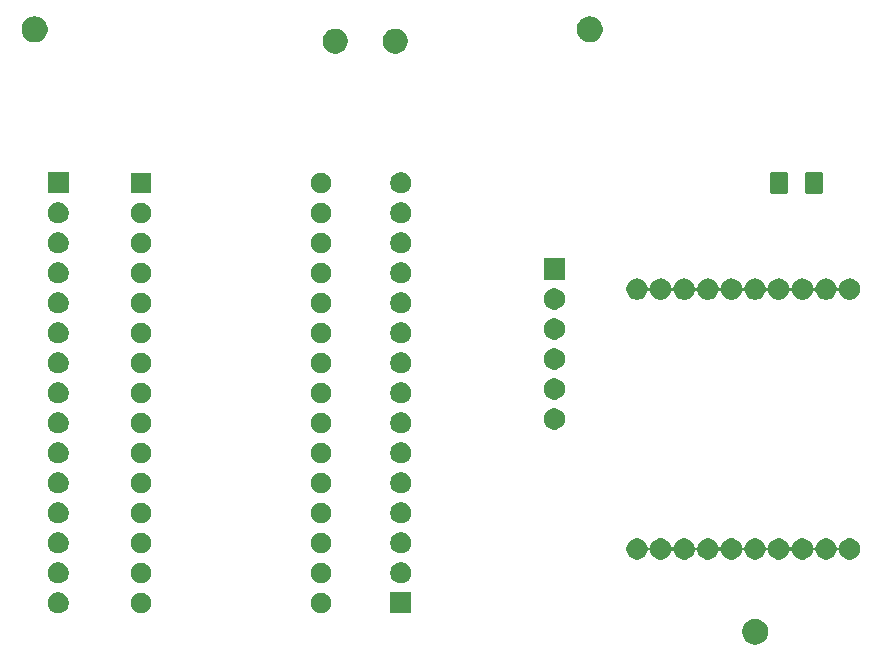
<source format=gbr>
G04 #@! TF.GenerationSoftware,KiCad,Pcbnew,5.1.5-52549c5~84~ubuntu19.04.1*
G04 #@! TF.CreationDate,2019-12-02T22:34:06+01:00*
G04 #@! TF.ProjectId,XbeeTestBench,58626565-5465-4737-9442-656e63682e6b,rev?*
G04 #@! TF.SameCoordinates,Original*
G04 #@! TF.FileFunction,Soldermask,Bot*
G04 #@! TF.FilePolarity,Negative*
%FSLAX46Y46*%
G04 Gerber Fmt 4.6, Leading zero omitted, Abs format (unit mm)*
G04 Created by KiCad (PCBNEW 5.1.5-52549c5~84~ubuntu19.04.1) date 2019-12-02 22:34:06*
%MOMM*%
%LPD*%
G04 APERTURE LIST*
%ADD10C,0.100000*%
G04 APERTURE END LIST*
D10*
G36*
X157214795Y-96920156D02*
G01*
X157321150Y-96941311D01*
X157421334Y-96982809D01*
X157521520Y-97024307D01*
X157701844Y-97144795D01*
X157855205Y-97298156D01*
X157975693Y-97478480D01*
X158058689Y-97678851D01*
X158101000Y-97891560D01*
X158101000Y-98108440D01*
X158058689Y-98321149D01*
X157975693Y-98521520D01*
X157855205Y-98701844D01*
X157701844Y-98855205D01*
X157521520Y-98975693D01*
X157321150Y-99058689D01*
X157214794Y-99079845D01*
X157108440Y-99101000D01*
X156891560Y-99101000D01*
X156785206Y-99079845D01*
X156678850Y-99058689D01*
X156478480Y-98975693D01*
X156298156Y-98855205D01*
X156144795Y-98701844D01*
X156024307Y-98521520D01*
X155941311Y-98321149D01*
X155899000Y-98108440D01*
X155899000Y-97891560D01*
X155941311Y-97678851D01*
X156024307Y-97478480D01*
X156144795Y-97298156D01*
X156298156Y-97144795D01*
X156478480Y-97024307D01*
X156578666Y-96982809D01*
X156678850Y-96941311D01*
X156785205Y-96920156D01*
X156891560Y-96899000D01*
X157108440Y-96899000D01*
X157214795Y-96920156D01*
G37*
G36*
X127901000Y-96461000D02*
G01*
X126099000Y-96461000D01*
X126099000Y-94659000D01*
X127901000Y-94659000D01*
X127901000Y-96461000D01*
G37*
G36*
X98113512Y-94663927D02*
G01*
X98262812Y-94693624D01*
X98426784Y-94761544D01*
X98574354Y-94860147D01*
X98699853Y-94985646D01*
X98798456Y-95133216D01*
X98866376Y-95297188D01*
X98901000Y-95471259D01*
X98901000Y-95648741D01*
X98866376Y-95822812D01*
X98798456Y-95986784D01*
X98699853Y-96134354D01*
X98574354Y-96259853D01*
X98426784Y-96358456D01*
X98262812Y-96426376D01*
X98113512Y-96456073D01*
X98088742Y-96461000D01*
X97911258Y-96461000D01*
X97886488Y-96456073D01*
X97737188Y-96426376D01*
X97573216Y-96358456D01*
X97425646Y-96259853D01*
X97300147Y-96134354D01*
X97201544Y-95986784D01*
X97133624Y-95822812D01*
X97099000Y-95648741D01*
X97099000Y-95471259D01*
X97133624Y-95297188D01*
X97201544Y-95133216D01*
X97300147Y-94985646D01*
X97425646Y-94860147D01*
X97573216Y-94761544D01*
X97737188Y-94693624D01*
X97886488Y-94663927D01*
X97911258Y-94659000D01*
X98088742Y-94659000D01*
X98113512Y-94663927D01*
G37*
G36*
X120488228Y-94741703D02*
G01*
X120643100Y-94805853D01*
X120782481Y-94898985D01*
X120901015Y-95017519D01*
X120994147Y-95156900D01*
X121058297Y-95311772D01*
X121091000Y-95476184D01*
X121091000Y-95643816D01*
X121058297Y-95808228D01*
X120994147Y-95963100D01*
X120901015Y-96102481D01*
X120782481Y-96221015D01*
X120643100Y-96314147D01*
X120488228Y-96378297D01*
X120323816Y-96411000D01*
X120156184Y-96411000D01*
X119991772Y-96378297D01*
X119836900Y-96314147D01*
X119697519Y-96221015D01*
X119578985Y-96102481D01*
X119485853Y-95963100D01*
X119421703Y-95808228D01*
X119389000Y-95643816D01*
X119389000Y-95476184D01*
X119421703Y-95311772D01*
X119485853Y-95156900D01*
X119578985Y-95017519D01*
X119697519Y-94898985D01*
X119836900Y-94805853D01*
X119991772Y-94741703D01*
X120156184Y-94709000D01*
X120323816Y-94709000D01*
X120488228Y-94741703D01*
G37*
G36*
X105248228Y-94741703D02*
G01*
X105403100Y-94805853D01*
X105542481Y-94898985D01*
X105661015Y-95017519D01*
X105754147Y-95156900D01*
X105818297Y-95311772D01*
X105851000Y-95476184D01*
X105851000Y-95643816D01*
X105818297Y-95808228D01*
X105754147Y-95963100D01*
X105661015Y-96102481D01*
X105542481Y-96221015D01*
X105403100Y-96314147D01*
X105248228Y-96378297D01*
X105083816Y-96411000D01*
X104916184Y-96411000D01*
X104751772Y-96378297D01*
X104596900Y-96314147D01*
X104457519Y-96221015D01*
X104338985Y-96102481D01*
X104245853Y-95963100D01*
X104181703Y-95808228D01*
X104149000Y-95643816D01*
X104149000Y-95476184D01*
X104181703Y-95311772D01*
X104245853Y-95156900D01*
X104338985Y-95017519D01*
X104457519Y-94898985D01*
X104596900Y-94805853D01*
X104751772Y-94741703D01*
X104916184Y-94709000D01*
X105083816Y-94709000D01*
X105248228Y-94741703D01*
G37*
G36*
X127113512Y-92123927D02*
G01*
X127262812Y-92153624D01*
X127426784Y-92221544D01*
X127574354Y-92320147D01*
X127699853Y-92445646D01*
X127798456Y-92593216D01*
X127866376Y-92757188D01*
X127901000Y-92931259D01*
X127901000Y-93108741D01*
X127866376Y-93282812D01*
X127798456Y-93446784D01*
X127699853Y-93594354D01*
X127574354Y-93719853D01*
X127426784Y-93818456D01*
X127262812Y-93886376D01*
X127113512Y-93916073D01*
X127088742Y-93921000D01*
X126911258Y-93921000D01*
X126886488Y-93916073D01*
X126737188Y-93886376D01*
X126573216Y-93818456D01*
X126425646Y-93719853D01*
X126300147Y-93594354D01*
X126201544Y-93446784D01*
X126133624Y-93282812D01*
X126099000Y-93108741D01*
X126099000Y-92931259D01*
X126133624Y-92757188D01*
X126201544Y-92593216D01*
X126300147Y-92445646D01*
X126425646Y-92320147D01*
X126573216Y-92221544D01*
X126737188Y-92153624D01*
X126886488Y-92123927D01*
X126911258Y-92119000D01*
X127088742Y-92119000D01*
X127113512Y-92123927D01*
G37*
G36*
X98113512Y-92123927D02*
G01*
X98262812Y-92153624D01*
X98426784Y-92221544D01*
X98574354Y-92320147D01*
X98699853Y-92445646D01*
X98798456Y-92593216D01*
X98866376Y-92757188D01*
X98901000Y-92931259D01*
X98901000Y-93108741D01*
X98866376Y-93282812D01*
X98798456Y-93446784D01*
X98699853Y-93594354D01*
X98574354Y-93719853D01*
X98426784Y-93818456D01*
X98262812Y-93886376D01*
X98113512Y-93916073D01*
X98088742Y-93921000D01*
X97911258Y-93921000D01*
X97886488Y-93916073D01*
X97737188Y-93886376D01*
X97573216Y-93818456D01*
X97425646Y-93719853D01*
X97300147Y-93594354D01*
X97201544Y-93446784D01*
X97133624Y-93282812D01*
X97099000Y-93108741D01*
X97099000Y-92931259D01*
X97133624Y-92757188D01*
X97201544Y-92593216D01*
X97300147Y-92445646D01*
X97425646Y-92320147D01*
X97573216Y-92221544D01*
X97737188Y-92153624D01*
X97886488Y-92123927D01*
X97911258Y-92119000D01*
X98088742Y-92119000D01*
X98113512Y-92123927D01*
G37*
G36*
X105248228Y-92201703D02*
G01*
X105403100Y-92265853D01*
X105542481Y-92358985D01*
X105661015Y-92477519D01*
X105754147Y-92616900D01*
X105818297Y-92771772D01*
X105851000Y-92936184D01*
X105851000Y-93103816D01*
X105818297Y-93268228D01*
X105754147Y-93423100D01*
X105661015Y-93562481D01*
X105542481Y-93681015D01*
X105403100Y-93774147D01*
X105248228Y-93838297D01*
X105083816Y-93871000D01*
X104916184Y-93871000D01*
X104751772Y-93838297D01*
X104596900Y-93774147D01*
X104457519Y-93681015D01*
X104338985Y-93562481D01*
X104245853Y-93423100D01*
X104181703Y-93268228D01*
X104149000Y-93103816D01*
X104149000Y-92936184D01*
X104181703Y-92771772D01*
X104245853Y-92616900D01*
X104338985Y-92477519D01*
X104457519Y-92358985D01*
X104596900Y-92265853D01*
X104751772Y-92201703D01*
X104916184Y-92169000D01*
X105083816Y-92169000D01*
X105248228Y-92201703D01*
G37*
G36*
X120488228Y-92201703D02*
G01*
X120643100Y-92265853D01*
X120782481Y-92358985D01*
X120901015Y-92477519D01*
X120994147Y-92616900D01*
X121058297Y-92771772D01*
X121091000Y-92936184D01*
X121091000Y-93103816D01*
X121058297Y-93268228D01*
X120994147Y-93423100D01*
X120901015Y-93562481D01*
X120782481Y-93681015D01*
X120643100Y-93774147D01*
X120488228Y-93838297D01*
X120323816Y-93871000D01*
X120156184Y-93871000D01*
X119991772Y-93838297D01*
X119836900Y-93774147D01*
X119697519Y-93681015D01*
X119578985Y-93562481D01*
X119485853Y-93423100D01*
X119421703Y-93268228D01*
X119389000Y-93103816D01*
X119389000Y-92936184D01*
X119421703Y-92771772D01*
X119485853Y-92616900D01*
X119578985Y-92477519D01*
X119697519Y-92358985D01*
X119836900Y-92265853D01*
X119991772Y-92201703D01*
X120156184Y-92169000D01*
X120323816Y-92169000D01*
X120488228Y-92201703D01*
G37*
G36*
X147113512Y-90103927D02*
G01*
X147262812Y-90133624D01*
X147426784Y-90201544D01*
X147574354Y-90300147D01*
X147699853Y-90425646D01*
X147798456Y-90573216D01*
X147866376Y-90737188D01*
X147877405Y-90792638D01*
X147884516Y-90816078D01*
X147896067Y-90837689D01*
X147911613Y-90856631D01*
X147930555Y-90872176D01*
X147952165Y-90883727D01*
X147975614Y-90890840D01*
X148000000Y-90893242D01*
X148024387Y-90890840D01*
X148047835Y-90883727D01*
X148069446Y-90872176D01*
X148088388Y-90856630D01*
X148103933Y-90837688D01*
X148115484Y-90816078D01*
X148122595Y-90792638D01*
X148133624Y-90737188D01*
X148201544Y-90573216D01*
X148300147Y-90425646D01*
X148425646Y-90300147D01*
X148573216Y-90201544D01*
X148737188Y-90133624D01*
X148886488Y-90103927D01*
X148911258Y-90099000D01*
X149088742Y-90099000D01*
X149113512Y-90103927D01*
X149262812Y-90133624D01*
X149426784Y-90201544D01*
X149574354Y-90300147D01*
X149699853Y-90425646D01*
X149798456Y-90573216D01*
X149866376Y-90737188D01*
X149877405Y-90792638D01*
X149884516Y-90816078D01*
X149896067Y-90837689D01*
X149911613Y-90856631D01*
X149930555Y-90872176D01*
X149952165Y-90883727D01*
X149975614Y-90890840D01*
X150000000Y-90893242D01*
X150024387Y-90890840D01*
X150047835Y-90883727D01*
X150069446Y-90872176D01*
X150088388Y-90856630D01*
X150103933Y-90837688D01*
X150115484Y-90816078D01*
X150122595Y-90792638D01*
X150133624Y-90737188D01*
X150201544Y-90573216D01*
X150300147Y-90425646D01*
X150425646Y-90300147D01*
X150573216Y-90201544D01*
X150737188Y-90133624D01*
X150886488Y-90103927D01*
X150911258Y-90099000D01*
X151088742Y-90099000D01*
X151113512Y-90103927D01*
X151262812Y-90133624D01*
X151426784Y-90201544D01*
X151574354Y-90300147D01*
X151699853Y-90425646D01*
X151798456Y-90573216D01*
X151866376Y-90737188D01*
X151877405Y-90792638D01*
X151884516Y-90816078D01*
X151896067Y-90837689D01*
X151911613Y-90856631D01*
X151930555Y-90872176D01*
X151952165Y-90883727D01*
X151975614Y-90890840D01*
X152000000Y-90893242D01*
X152024387Y-90890840D01*
X152047835Y-90883727D01*
X152069446Y-90872176D01*
X152088388Y-90856630D01*
X152103933Y-90837688D01*
X152115484Y-90816078D01*
X152122595Y-90792638D01*
X152133624Y-90737188D01*
X152201544Y-90573216D01*
X152300147Y-90425646D01*
X152425646Y-90300147D01*
X152573216Y-90201544D01*
X152737188Y-90133624D01*
X152886488Y-90103927D01*
X152911258Y-90099000D01*
X153088742Y-90099000D01*
X153113512Y-90103927D01*
X153262812Y-90133624D01*
X153426784Y-90201544D01*
X153574354Y-90300147D01*
X153699853Y-90425646D01*
X153798456Y-90573216D01*
X153866376Y-90737188D01*
X153877405Y-90792638D01*
X153884516Y-90816078D01*
X153896067Y-90837689D01*
X153911613Y-90856631D01*
X153930555Y-90872176D01*
X153952165Y-90883727D01*
X153975614Y-90890840D01*
X154000000Y-90893242D01*
X154024387Y-90890840D01*
X154047835Y-90883727D01*
X154069446Y-90872176D01*
X154088388Y-90856630D01*
X154103933Y-90837688D01*
X154115484Y-90816078D01*
X154122595Y-90792638D01*
X154133624Y-90737188D01*
X154201544Y-90573216D01*
X154300147Y-90425646D01*
X154425646Y-90300147D01*
X154573216Y-90201544D01*
X154737188Y-90133624D01*
X154886488Y-90103927D01*
X154911258Y-90099000D01*
X155088742Y-90099000D01*
X155113512Y-90103927D01*
X155262812Y-90133624D01*
X155426784Y-90201544D01*
X155574354Y-90300147D01*
X155699853Y-90425646D01*
X155798456Y-90573216D01*
X155866376Y-90737188D01*
X155877405Y-90792638D01*
X155884516Y-90816078D01*
X155896067Y-90837689D01*
X155911613Y-90856631D01*
X155930555Y-90872176D01*
X155952165Y-90883727D01*
X155975614Y-90890840D01*
X156000000Y-90893242D01*
X156024387Y-90890840D01*
X156047835Y-90883727D01*
X156069446Y-90872176D01*
X156088388Y-90856630D01*
X156103933Y-90837688D01*
X156115484Y-90816078D01*
X156122595Y-90792638D01*
X156133624Y-90737188D01*
X156201544Y-90573216D01*
X156300147Y-90425646D01*
X156425646Y-90300147D01*
X156573216Y-90201544D01*
X156737188Y-90133624D01*
X156886488Y-90103927D01*
X156911258Y-90099000D01*
X157088742Y-90099000D01*
X157113512Y-90103927D01*
X157262812Y-90133624D01*
X157426784Y-90201544D01*
X157574354Y-90300147D01*
X157699853Y-90425646D01*
X157798456Y-90573216D01*
X157866376Y-90737188D01*
X157877405Y-90792638D01*
X157884516Y-90816078D01*
X157896067Y-90837689D01*
X157911613Y-90856631D01*
X157930555Y-90872176D01*
X157952165Y-90883727D01*
X157975614Y-90890840D01*
X158000000Y-90893242D01*
X158024387Y-90890840D01*
X158047835Y-90883727D01*
X158069446Y-90872176D01*
X158088388Y-90856630D01*
X158103933Y-90837688D01*
X158115484Y-90816078D01*
X158122595Y-90792638D01*
X158133624Y-90737188D01*
X158201544Y-90573216D01*
X158300147Y-90425646D01*
X158425646Y-90300147D01*
X158573216Y-90201544D01*
X158737188Y-90133624D01*
X158886488Y-90103927D01*
X158911258Y-90099000D01*
X159088742Y-90099000D01*
X159113512Y-90103927D01*
X159262812Y-90133624D01*
X159426784Y-90201544D01*
X159574354Y-90300147D01*
X159699853Y-90425646D01*
X159798456Y-90573216D01*
X159866376Y-90737188D01*
X159877405Y-90792638D01*
X159884516Y-90816078D01*
X159896067Y-90837689D01*
X159911613Y-90856631D01*
X159930555Y-90872176D01*
X159952165Y-90883727D01*
X159975614Y-90890840D01*
X160000000Y-90893242D01*
X160024387Y-90890840D01*
X160047835Y-90883727D01*
X160069446Y-90872176D01*
X160088388Y-90856630D01*
X160103933Y-90837688D01*
X160115484Y-90816078D01*
X160122595Y-90792638D01*
X160133624Y-90737188D01*
X160201544Y-90573216D01*
X160300147Y-90425646D01*
X160425646Y-90300147D01*
X160573216Y-90201544D01*
X160737188Y-90133624D01*
X160886488Y-90103927D01*
X160911258Y-90099000D01*
X161088742Y-90099000D01*
X161113512Y-90103927D01*
X161262812Y-90133624D01*
X161426784Y-90201544D01*
X161574354Y-90300147D01*
X161699853Y-90425646D01*
X161798456Y-90573216D01*
X161866376Y-90737188D01*
X161877405Y-90792638D01*
X161884516Y-90816078D01*
X161896067Y-90837689D01*
X161911613Y-90856631D01*
X161930555Y-90872176D01*
X161952165Y-90883727D01*
X161975614Y-90890840D01*
X162000000Y-90893242D01*
X162024387Y-90890840D01*
X162047835Y-90883727D01*
X162069446Y-90872176D01*
X162088388Y-90856630D01*
X162103933Y-90837688D01*
X162115484Y-90816078D01*
X162122595Y-90792638D01*
X162133624Y-90737188D01*
X162201544Y-90573216D01*
X162300147Y-90425646D01*
X162425646Y-90300147D01*
X162573216Y-90201544D01*
X162737188Y-90133624D01*
X162886488Y-90103927D01*
X162911258Y-90099000D01*
X163088742Y-90099000D01*
X163113512Y-90103927D01*
X163262812Y-90133624D01*
X163426784Y-90201544D01*
X163574354Y-90300147D01*
X163699853Y-90425646D01*
X163798456Y-90573216D01*
X163866376Y-90737188D01*
X163877405Y-90792638D01*
X163884516Y-90816078D01*
X163896067Y-90837689D01*
X163911613Y-90856631D01*
X163930555Y-90872176D01*
X163952165Y-90883727D01*
X163975614Y-90890840D01*
X164000000Y-90893242D01*
X164024387Y-90890840D01*
X164047835Y-90883727D01*
X164069446Y-90872176D01*
X164088388Y-90856630D01*
X164103933Y-90837688D01*
X164115484Y-90816078D01*
X164122595Y-90792638D01*
X164133624Y-90737188D01*
X164201544Y-90573216D01*
X164300147Y-90425646D01*
X164425646Y-90300147D01*
X164573216Y-90201544D01*
X164737188Y-90133624D01*
X164886488Y-90103927D01*
X164911258Y-90099000D01*
X165088742Y-90099000D01*
X165113512Y-90103927D01*
X165262812Y-90133624D01*
X165426784Y-90201544D01*
X165574354Y-90300147D01*
X165699853Y-90425646D01*
X165798456Y-90573216D01*
X165866376Y-90737188D01*
X165886366Y-90837688D01*
X165900110Y-90906782D01*
X165901000Y-90911259D01*
X165901000Y-91088741D01*
X165866376Y-91262812D01*
X165798456Y-91426784D01*
X165699853Y-91574354D01*
X165574354Y-91699853D01*
X165426784Y-91798456D01*
X165262812Y-91866376D01*
X165113512Y-91896073D01*
X165088742Y-91901000D01*
X164911258Y-91901000D01*
X164886488Y-91896073D01*
X164737188Y-91866376D01*
X164573216Y-91798456D01*
X164425646Y-91699853D01*
X164300147Y-91574354D01*
X164201544Y-91426784D01*
X164133624Y-91262812D01*
X164122595Y-91207362D01*
X164115484Y-91183922D01*
X164103933Y-91162311D01*
X164088387Y-91143369D01*
X164069445Y-91127824D01*
X164047835Y-91116273D01*
X164024386Y-91109160D01*
X164000000Y-91106758D01*
X163975613Y-91109160D01*
X163952165Y-91116273D01*
X163930554Y-91127824D01*
X163911612Y-91143370D01*
X163896067Y-91162312D01*
X163884516Y-91183922D01*
X163877405Y-91207362D01*
X163866376Y-91262812D01*
X163798456Y-91426784D01*
X163699853Y-91574354D01*
X163574354Y-91699853D01*
X163426784Y-91798456D01*
X163262812Y-91866376D01*
X163113512Y-91896073D01*
X163088742Y-91901000D01*
X162911258Y-91901000D01*
X162886488Y-91896073D01*
X162737188Y-91866376D01*
X162573216Y-91798456D01*
X162425646Y-91699853D01*
X162300147Y-91574354D01*
X162201544Y-91426784D01*
X162133624Y-91262812D01*
X162122595Y-91207362D01*
X162115484Y-91183922D01*
X162103933Y-91162311D01*
X162088387Y-91143369D01*
X162069445Y-91127824D01*
X162047835Y-91116273D01*
X162024386Y-91109160D01*
X162000000Y-91106758D01*
X161975613Y-91109160D01*
X161952165Y-91116273D01*
X161930554Y-91127824D01*
X161911612Y-91143370D01*
X161896067Y-91162312D01*
X161884516Y-91183922D01*
X161877405Y-91207362D01*
X161866376Y-91262812D01*
X161798456Y-91426784D01*
X161699853Y-91574354D01*
X161574354Y-91699853D01*
X161426784Y-91798456D01*
X161262812Y-91866376D01*
X161113512Y-91896073D01*
X161088742Y-91901000D01*
X160911258Y-91901000D01*
X160886488Y-91896073D01*
X160737188Y-91866376D01*
X160573216Y-91798456D01*
X160425646Y-91699853D01*
X160300147Y-91574354D01*
X160201544Y-91426784D01*
X160133624Y-91262812D01*
X160122595Y-91207362D01*
X160115484Y-91183922D01*
X160103933Y-91162311D01*
X160088387Y-91143369D01*
X160069445Y-91127824D01*
X160047835Y-91116273D01*
X160024386Y-91109160D01*
X160000000Y-91106758D01*
X159975613Y-91109160D01*
X159952165Y-91116273D01*
X159930554Y-91127824D01*
X159911612Y-91143370D01*
X159896067Y-91162312D01*
X159884516Y-91183922D01*
X159877405Y-91207362D01*
X159866376Y-91262812D01*
X159798456Y-91426784D01*
X159699853Y-91574354D01*
X159574354Y-91699853D01*
X159426784Y-91798456D01*
X159262812Y-91866376D01*
X159113512Y-91896073D01*
X159088742Y-91901000D01*
X158911258Y-91901000D01*
X158886488Y-91896073D01*
X158737188Y-91866376D01*
X158573216Y-91798456D01*
X158425646Y-91699853D01*
X158300147Y-91574354D01*
X158201544Y-91426784D01*
X158133624Y-91262812D01*
X158122595Y-91207362D01*
X158115484Y-91183922D01*
X158103933Y-91162311D01*
X158088387Y-91143369D01*
X158069445Y-91127824D01*
X158047835Y-91116273D01*
X158024386Y-91109160D01*
X158000000Y-91106758D01*
X157975613Y-91109160D01*
X157952165Y-91116273D01*
X157930554Y-91127824D01*
X157911612Y-91143370D01*
X157896067Y-91162312D01*
X157884516Y-91183922D01*
X157877405Y-91207362D01*
X157866376Y-91262812D01*
X157798456Y-91426784D01*
X157699853Y-91574354D01*
X157574354Y-91699853D01*
X157426784Y-91798456D01*
X157262812Y-91866376D01*
X157113512Y-91896073D01*
X157088742Y-91901000D01*
X156911258Y-91901000D01*
X156886488Y-91896073D01*
X156737188Y-91866376D01*
X156573216Y-91798456D01*
X156425646Y-91699853D01*
X156300147Y-91574354D01*
X156201544Y-91426784D01*
X156133624Y-91262812D01*
X156122595Y-91207362D01*
X156115484Y-91183922D01*
X156103933Y-91162311D01*
X156088387Y-91143369D01*
X156069445Y-91127824D01*
X156047835Y-91116273D01*
X156024386Y-91109160D01*
X156000000Y-91106758D01*
X155975613Y-91109160D01*
X155952165Y-91116273D01*
X155930554Y-91127824D01*
X155911612Y-91143370D01*
X155896067Y-91162312D01*
X155884516Y-91183922D01*
X155877405Y-91207362D01*
X155866376Y-91262812D01*
X155798456Y-91426784D01*
X155699853Y-91574354D01*
X155574354Y-91699853D01*
X155426784Y-91798456D01*
X155262812Y-91866376D01*
X155113512Y-91896073D01*
X155088742Y-91901000D01*
X154911258Y-91901000D01*
X154886488Y-91896073D01*
X154737188Y-91866376D01*
X154573216Y-91798456D01*
X154425646Y-91699853D01*
X154300147Y-91574354D01*
X154201544Y-91426784D01*
X154133624Y-91262812D01*
X154122595Y-91207362D01*
X154115484Y-91183922D01*
X154103933Y-91162311D01*
X154088387Y-91143369D01*
X154069445Y-91127824D01*
X154047835Y-91116273D01*
X154024386Y-91109160D01*
X154000000Y-91106758D01*
X153975613Y-91109160D01*
X153952165Y-91116273D01*
X153930554Y-91127824D01*
X153911612Y-91143370D01*
X153896067Y-91162312D01*
X153884516Y-91183922D01*
X153877405Y-91207362D01*
X153866376Y-91262812D01*
X153798456Y-91426784D01*
X153699853Y-91574354D01*
X153574354Y-91699853D01*
X153426784Y-91798456D01*
X153262812Y-91866376D01*
X153113512Y-91896073D01*
X153088742Y-91901000D01*
X152911258Y-91901000D01*
X152886488Y-91896073D01*
X152737188Y-91866376D01*
X152573216Y-91798456D01*
X152425646Y-91699853D01*
X152300147Y-91574354D01*
X152201544Y-91426784D01*
X152133624Y-91262812D01*
X152122595Y-91207362D01*
X152115484Y-91183922D01*
X152103933Y-91162311D01*
X152088387Y-91143369D01*
X152069445Y-91127824D01*
X152047835Y-91116273D01*
X152024386Y-91109160D01*
X152000000Y-91106758D01*
X151975613Y-91109160D01*
X151952165Y-91116273D01*
X151930554Y-91127824D01*
X151911612Y-91143370D01*
X151896067Y-91162312D01*
X151884516Y-91183922D01*
X151877405Y-91207362D01*
X151866376Y-91262812D01*
X151798456Y-91426784D01*
X151699853Y-91574354D01*
X151574354Y-91699853D01*
X151426784Y-91798456D01*
X151262812Y-91866376D01*
X151113512Y-91896073D01*
X151088742Y-91901000D01*
X150911258Y-91901000D01*
X150886488Y-91896073D01*
X150737188Y-91866376D01*
X150573216Y-91798456D01*
X150425646Y-91699853D01*
X150300147Y-91574354D01*
X150201544Y-91426784D01*
X150133624Y-91262812D01*
X150122595Y-91207362D01*
X150115484Y-91183922D01*
X150103933Y-91162311D01*
X150088387Y-91143369D01*
X150069445Y-91127824D01*
X150047835Y-91116273D01*
X150024386Y-91109160D01*
X150000000Y-91106758D01*
X149975613Y-91109160D01*
X149952165Y-91116273D01*
X149930554Y-91127824D01*
X149911612Y-91143370D01*
X149896067Y-91162312D01*
X149884516Y-91183922D01*
X149877405Y-91207362D01*
X149866376Y-91262812D01*
X149798456Y-91426784D01*
X149699853Y-91574354D01*
X149574354Y-91699853D01*
X149426784Y-91798456D01*
X149262812Y-91866376D01*
X149113512Y-91896073D01*
X149088742Y-91901000D01*
X148911258Y-91901000D01*
X148886488Y-91896073D01*
X148737188Y-91866376D01*
X148573216Y-91798456D01*
X148425646Y-91699853D01*
X148300147Y-91574354D01*
X148201544Y-91426784D01*
X148133624Y-91262812D01*
X148122595Y-91207362D01*
X148115484Y-91183922D01*
X148103933Y-91162311D01*
X148088387Y-91143369D01*
X148069445Y-91127824D01*
X148047835Y-91116273D01*
X148024386Y-91109160D01*
X148000000Y-91106758D01*
X147975613Y-91109160D01*
X147952165Y-91116273D01*
X147930554Y-91127824D01*
X147911612Y-91143370D01*
X147896067Y-91162312D01*
X147884516Y-91183922D01*
X147877405Y-91207362D01*
X147866376Y-91262812D01*
X147798456Y-91426784D01*
X147699853Y-91574354D01*
X147574354Y-91699853D01*
X147426784Y-91798456D01*
X147262812Y-91866376D01*
X147113512Y-91896073D01*
X147088742Y-91901000D01*
X146911258Y-91901000D01*
X146886488Y-91896073D01*
X146737188Y-91866376D01*
X146573216Y-91798456D01*
X146425646Y-91699853D01*
X146300147Y-91574354D01*
X146201544Y-91426784D01*
X146133624Y-91262812D01*
X146099000Y-91088741D01*
X146099000Y-90911259D01*
X146099891Y-90906782D01*
X146113634Y-90837688D01*
X146133624Y-90737188D01*
X146201544Y-90573216D01*
X146300147Y-90425646D01*
X146425646Y-90300147D01*
X146573216Y-90201544D01*
X146737188Y-90133624D01*
X146886488Y-90103927D01*
X146911258Y-90099000D01*
X147088742Y-90099000D01*
X147113512Y-90103927D01*
G37*
G36*
X127113512Y-89583927D02*
G01*
X127262812Y-89613624D01*
X127426784Y-89681544D01*
X127574354Y-89780147D01*
X127699853Y-89905646D01*
X127798456Y-90053216D01*
X127866376Y-90217188D01*
X127882877Y-90300147D01*
X127901000Y-90391258D01*
X127901000Y-90568742D01*
X127896073Y-90593512D01*
X127866376Y-90742812D01*
X127798456Y-90906784D01*
X127699853Y-91054354D01*
X127574354Y-91179853D01*
X127426784Y-91278456D01*
X127262812Y-91346376D01*
X127113512Y-91376073D01*
X127088742Y-91381000D01*
X126911258Y-91381000D01*
X126886488Y-91376073D01*
X126737188Y-91346376D01*
X126573216Y-91278456D01*
X126425646Y-91179853D01*
X126300147Y-91054354D01*
X126201544Y-90906784D01*
X126133624Y-90742812D01*
X126103927Y-90593512D01*
X126099000Y-90568742D01*
X126099000Y-90391258D01*
X126117123Y-90300147D01*
X126133624Y-90217188D01*
X126201544Y-90053216D01*
X126300147Y-89905646D01*
X126425646Y-89780147D01*
X126573216Y-89681544D01*
X126737188Y-89613624D01*
X126886488Y-89583927D01*
X126911258Y-89579000D01*
X127088742Y-89579000D01*
X127113512Y-89583927D01*
G37*
G36*
X98113512Y-89583927D02*
G01*
X98262812Y-89613624D01*
X98426784Y-89681544D01*
X98574354Y-89780147D01*
X98699853Y-89905646D01*
X98798456Y-90053216D01*
X98866376Y-90217188D01*
X98882877Y-90300147D01*
X98901000Y-90391258D01*
X98901000Y-90568742D01*
X98896073Y-90593512D01*
X98866376Y-90742812D01*
X98798456Y-90906784D01*
X98699853Y-91054354D01*
X98574354Y-91179853D01*
X98426784Y-91278456D01*
X98262812Y-91346376D01*
X98113512Y-91376073D01*
X98088742Y-91381000D01*
X97911258Y-91381000D01*
X97886488Y-91376073D01*
X97737188Y-91346376D01*
X97573216Y-91278456D01*
X97425646Y-91179853D01*
X97300147Y-91054354D01*
X97201544Y-90906784D01*
X97133624Y-90742812D01*
X97103927Y-90593512D01*
X97099000Y-90568742D01*
X97099000Y-90391258D01*
X97117123Y-90300147D01*
X97133624Y-90217188D01*
X97201544Y-90053216D01*
X97300147Y-89905646D01*
X97425646Y-89780147D01*
X97573216Y-89681544D01*
X97737188Y-89613624D01*
X97886488Y-89583927D01*
X97911258Y-89579000D01*
X98088742Y-89579000D01*
X98113512Y-89583927D01*
G37*
G36*
X120488228Y-89661703D02*
G01*
X120643100Y-89725853D01*
X120782481Y-89818985D01*
X120901015Y-89937519D01*
X120994147Y-90076900D01*
X121058297Y-90231772D01*
X121091000Y-90396184D01*
X121091000Y-90563816D01*
X121058297Y-90728228D01*
X120994147Y-90883100D01*
X120901015Y-91022481D01*
X120782481Y-91141015D01*
X120643100Y-91234147D01*
X120488228Y-91298297D01*
X120323816Y-91331000D01*
X120156184Y-91331000D01*
X119991772Y-91298297D01*
X119836900Y-91234147D01*
X119697519Y-91141015D01*
X119578985Y-91022481D01*
X119485853Y-90883100D01*
X119421703Y-90728228D01*
X119389000Y-90563816D01*
X119389000Y-90396184D01*
X119421703Y-90231772D01*
X119485853Y-90076900D01*
X119578985Y-89937519D01*
X119697519Y-89818985D01*
X119836900Y-89725853D01*
X119991772Y-89661703D01*
X120156184Y-89629000D01*
X120323816Y-89629000D01*
X120488228Y-89661703D01*
G37*
G36*
X105248228Y-89661703D02*
G01*
X105403100Y-89725853D01*
X105542481Y-89818985D01*
X105661015Y-89937519D01*
X105754147Y-90076900D01*
X105818297Y-90231772D01*
X105851000Y-90396184D01*
X105851000Y-90563816D01*
X105818297Y-90728228D01*
X105754147Y-90883100D01*
X105661015Y-91022481D01*
X105542481Y-91141015D01*
X105403100Y-91234147D01*
X105248228Y-91298297D01*
X105083816Y-91331000D01*
X104916184Y-91331000D01*
X104751772Y-91298297D01*
X104596900Y-91234147D01*
X104457519Y-91141015D01*
X104338985Y-91022481D01*
X104245853Y-90883100D01*
X104181703Y-90728228D01*
X104149000Y-90563816D01*
X104149000Y-90396184D01*
X104181703Y-90231772D01*
X104245853Y-90076900D01*
X104338985Y-89937519D01*
X104457519Y-89818985D01*
X104596900Y-89725853D01*
X104751772Y-89661703D01*
X104916184Y-89629000D01*
X105083816Y-89629000D01*
X105248228Y-89661703D01*
G37*
G36*
X98113512Y-87043927D02*
G01*
X98262812Y-87073624D01*
X98426784Y-87141544D01*
X98574354Y-87240147D01*
X98699853Y-87365646D01*
X98798456Y-87513216D01*
X98866376Y-87677188D01*
X98901000Y-87851259D01*
X98901000Y-88028741D01*
X98866376Y-88202812D01*
X98798456Y-88366784D01*
X98699853Y-88514354D01*
X98574354Y-88639853D01*
X98426784Y-88738456D01*
X98262812Y-88806376D01*
X98113512Y-88836073D01*
X98088742Y-88841000D01*
X97911258Y-88841000D01*
X97886488Y-88836073D01*
X97737188Y-88806376D01*
X97573216Y-88738456D01*
X97425646Y-88639853D01*
X97300147Y-88514354D01*
X97201544Y-88366784D01*
X97133624Y-88202812D01*
X97099000Y-88028741D01*
X97099000Y-87851259D01*
X97133624Y-87677188D01*
X97201544Y-87513216D01*
X97300147Y-87365646D01*
X97425646Y-87240147D01*
X97573216Y-87141544D01*
X97737188Y-87073624D01*
X97886488Y-87043927D01*
X97911258Y-87039000D01*
X98088742Y-87039000D01*
X98113512Y-87043927D01*
G37*
G36*
X127113512Y-87043927D02*
G01*
X127262812Y-87073624D01*
X127426784Y-87141544D01*
X127574354Y-87240147D01*
X127699853Y-87365646D01*
X127798456Y-87513216D01*
X127866376Y-87677188D01*
X127901000Y-87851259D01*
X127901000Y-88028741D01*
X127866376Y-88202812D01*
X127798456Y-88366784D01*
X127699853Y-88514354D01*
X127574354Y-88639853D01*
X127426784Y-88738456D01*
X127262812Y-88806376D01*
X127113512Y-88836073D01*
X127088742Y-88841000D01*
X126911258Y-88841000D01*
X126886488Y-88836073D01*
X126737188Y-88806376D01*
X126573216Y-88738456D01*
X126425646Y-88639853D01*
X126300147Y-88514354D01*
X126201544Y-88366784D01*
X126133624Y-88202812D01*
X126099000Y-88028741D01*
X126099000Y-87851259D01*
X126133624Y-87677188D01*
X126201544Y-87513216D01*
X126300147Y-87365646D01*
X126425646Y-87240147D01*
X126573216Y-87141544D01*
X126737188Y-87073624D01*
X126886488Y-87043927D01*
X126911258Y-87039000D01*
X127088742Y-87039000D01*
X127113512Y-87043927D01*
G37*
G36*
X105248228Y-87121703D02*
G01*
X105403100Y-87185853D01*
X105542481Y-87278985D01*
X105661015Y-87397519D01*
X105754147Y-87536900D01*
X105818297Y-87691772D01*
X105851000Y-87856184D01*
X105851000Y-88023816D01*
X105818297Y-88188228D01*
X105754147Y-88343100D01*
X105661015Y-88482481D01*
X105542481Y-88601015D01*
X105403100Y-88694147D01*
X105248228Y-88758297D01*
X105083816Y-88791000D01*
X104916184Y-88791000D01*
X104751772Y-88758297D01*
X104596900Y-88694147D01*
X104457519Y-88601015D01*
X104338985Y-88482481D01*
X104245853Y-88343100D01*
X104181703Y-88188228D01*
X104149000Y-88023816D01*
X104149000Y-87856184D01*
X104181703Y-87691772D01*
X104245853Y-87536900D01*
X104338985Y-87397519D01*
X104457519Y-87278985D01*
X104596900Y-87185853D01*
X104751772Y-87121703D01*
X104916184Y-87089000D01*
X105083816Y-87089000D01*
X105248228Y-87121703D01*
G37*
G36*
X120488228Y-87121703D02*
G01*
X120643100Y-87185853D01*
X120782481Y-87278985D01*
X120901015Y-87397519D01*
X120994147Y-87536900D01*
X121058297Y-87691772D01*
X121091000Y-87856184D01*
X121091000Y-88023816D01*
X121058297Y-88188228D01*
X120994147Y-88343100D01*
X120901015Y-88482481D01*
X120782481Y-88601015D01*
X120643100Y-88694147D01*
X120488228Y-88758297D01*
X120323816Y-88791000D01*
X120156184Y-88791000D01*
X119991772Y-88758297D01*
X119836900Y-88694147D01*
X119697519Y-88601015D01*
X119578985Y-88482481D01*
X119485853Y-88343100D01*
X119421703Y-88188228D01*
X119389000Y-88023816D01*
X119389000Y-87856184D01*
X119421703Y-87691772D01*
X119485853Y-87536900D01*
X119578985Y-87397519D01*
X119697519Y-87278985D01*
X119836900Y-87185853D01*
X119991772Y-87121703D01*
X120156184Y-87089000D01*
X120323816Y-87089000D01*
X120488228Y-87121703D01*
G37*
G36*
X127113512Y-84503927D02*
G01*
X127262812Y-84533624D01*
X127426784Y-84601544D01*
X127574354Y-84700147D01*
X127699853Y-84825646D01*
X127798456Y-84973216D01*
X127866376Y-85137188D01*
X127901000Y-85311259D01*
X127901000Y-85488741D01*
X127866376Y-85662812D01*
X127798456Y-85826784D01*
X127699853Y-85974354D01*
X127574354Y-86099853D01*
X127426784Y-86198456D01*
X127262812Y-86266376D01*
X127113512Y-86296073D01*
X127088742Y-86301000D01*
X126911258Y-86301000D01*
X126886488Y-86296073D01*
X126737188Y-86266376D01*
X126573216Y-86198456D01*
X126425646Y-86099853D01*
X126300147Y-85974354D01*
X126201544Y-85826784D01*
X126133624Y-85662812D01*
X126099000Y-85488741D01*
X126099000Y-85311259D01*
X126133624Y-85137188D01*
X126201544Y-84973216D01*
X126300147Y-84825646D01*
X126425646Y-84700147D01*
X126573216Y-84601544D01*
X126737188Y-84533624D01*
X126886488Y-84503927D01*
X126911258Y-84499000D01*
X127088742Y-84499000D01*
X127113512Y-84503927D01*
G37*
G36*
X98113512Y-84503927D02*
G01*
X98262812Y-84533624D01*
X98426784Y-84601544D01*
X98574354Y-84700147D01*
X98699853Y-84825646D01*
X98798456Y-84973216D01*
X98866376Y-85137188D01*
X98901000Y-85311259D01*
X98901000Y-85488741D01*
X98866376Y-85662812D01*
X98798456Y-85826784D01*
X98699853Y-85974354D01*
X98574354Y-86099853D01*
X98426784Y-86198456D01*
X98262812Y-86266376D01*
X98113512Y-86296073D01*
X98088742Y-86301000D01*
X97911258Y-86301000D01*
X97886488Y-86296073D01*
X97737188Y-86266376D01*
X97573216Y-86198456D01*
X97425646Y-86099853D01*
X97300147Y-85974354D01*
X97201544Y-85826784D01*
X97133624Y-85662812D01*
X97099000Y-85488741D01*
X97099000Y-85311259D01*
X97133624Y-85137188D01*
X97201544Y-84973216D01*
X97300147Y-84825646D01*
X97425646Y-84700147D01*
X97573216Y-84601544D01*
X97737188Y-84533624D01*
X97886488Y-84503927D01*
X97911258Y-84499000D01*
X98088742Y-84499000D01*
X98113512Y-84503927D01*
G37*
G36*
X105248228Y-84581703D02*
G01*
X105403100Y-84645853D01*
X105542481Y-84738985D01*
X105661015Y-84857519D01*
X105754147Y-84996900D01*
X105818297Y-85151772D01*
X105851000Y-85316184D01*
X105851000Y-85483816D01*
X105818297Y-85648228D01*
X105754147Y-85803100D01*
X105661015Y-85942481D01*
X105542481Y-86061015D01*
X105403100Y-86154147D01*
X105248228Y-86218297D01*
X105083816Y-86251000D01*
X104916184Y-86251000D01*
X104751772Y-86218297D01*
X104596900Y-86154147D01*
X104457519Y-86061015D01*
X104338985Y-85942481D01*
X104245853Y-85803100D01*
X104181703Y-85648228D01*
X104149000Y-85483816D01*
X104149000Y-85316184D01*
X104181703Y-85151772D01*
X104245853Y-84996900D01*
X104338985Y-84857519D01*
X104457519Y-84738985D01*
X104596900Y-84645853D01*
X104751772Y-84581703D01*
X104916184Y-84549000D01*
X105083816Y-84549000D01*
X105248228Y-84581703D01*
G37*
G36*
X120488228Y-84581703D02*
G01*
X120643100Y-84645853D01*
X120782481Y-84738985D01*
X120901015Y-84857519D01*
X120994147Y-84996900D01*
X121058297Y-85151772D01*
X121091000Y-85316184D01*
X121091000Y-85483816D01*
X121058297Y-85648228D01*
X120994147Y-85803100D01*
X120901015Y-85942481D01*
X120782481Y-86061015D01*
X120643100Y-86154147D01*
X120488228Y-86218297D01*
X120323816Y-86251000D01*
X120156184Y-86251000D01*
X119991772Y-86218297D01*
X119836900Y-86154147D01*
X119697519Y-86061015D01*
X119578985Y-85942481D01*
X119485853Y-85803100D01*
X119421703Y-85648228D01*
X119389000Y-85483816D01*
X119389000Y-85316184D01*
X119421703Y-85151772D01*
X119485853Y-84996900D01*
X119578985Y-84857519D01*
X119697519Y-84738985D01*
X119836900Y-84645853D01*
X119991772Y-84581703D01*
X120156184Y-84549000D01*
X120323816Y-84549000D01*
X120488228Y-84581703D01*
G37*
G36*
X127113512Y-81963927D02*
G01*
X127262812Y-81993624D01*
X127426784Y-82061544D01*
X127574354Y-82160147D01*
X127699853Y-82285646D01*
X127798456Y-82433216D01*
X127866376Y-82597188D01*
X127901000Y-82771259D01*
X127901000Y-82948741D01*
X127866376Y-83122812D01*
X127798456Y-83286784D01*
X127699853Y-83434354D01*
X127574354Y-83559853D01*
X127426784Y-83658456D01*
X127262812Y-83726376D01*
X127113512Y-83756073D01*
X127088742Y-83761000D01*
X126911258Y-83761000D01*
X126886488Y-83756073D01*
X126737188Y-83726376D01*
X126573216Y-83658456D01*
X126425646Y-83559853D01*
X126300147Y-83434354D01*
X126201544Y-83286784D01*
X126133624Y-83122812D01*
X126099000Y-82948741D01*
X126099000Y-82771259D01*
X126133624Y-82597188D01*
X126201544Y-82433216D01*
X126300147Y-82285646D01*
X126425646Y-82160147D01*
X126573216Y-82061544D01*
X126737188Y-81993624D01*
X126886488Y-81963927D01*
X126911258Y-81959000D01*
X127088742Y-81959000D01*
X127113512Y-81963927D01*
G37*
G36*
X98113512Y-81963927D02*
G01*
X98262812Y-81993624D01*
X98426784Y-82061544D01*
X98574354Y-82160147D01*
X98699853Y-82285646D01*
X98798456Y-82433216D01*
X98866376Y-82597188D01*
X98901000Y-82771259D01*
X98901000Y-82948741D01*
X98866376Y-83122812D01*
X98798456Y-83286784D01*
X98699853Y-83434354D01*
X98574354Y-83559853D01*
X98426784Y-83658456D01*
X98262812Y-83726376D01*
X98113512Y-83756073D01*
X98088742Y-83761000D01*
X97911258Y-83761000D01*
X97886488Y-83756073D01*
X97737188Y-83726376D01*
X97573216Y-83658456D01*
X97425646Y-83559853D01*
X97300147Y-83434354D01*
X97201544Y-83286784D01*
X97133624Y-83122812D01*
X97099000Y-82948741D01*
X97099000Y-82771259D01*
X97133624Y-82597188D01*
X97201544Y-82433216D01*
X97300147Y-82285646D01*
X97425646Y-82160147D01*
X97573216Y-82061544D01*
X97737188Y-81993624D01*
X97886488Y-81963927D01*
X97911258Y-81959000D01*
X98088742Y-81959000D01*
X98113512Y-81963927D01*
G37*
G36*
X120488228Y-82041703D02*
G01*
X120643100Y-82105853D01*
X120782481Y-82198985D01*
X120901015Y-82317519D01*
X120994147Y-82456900D01*
X121058297Y-82611772D01*
X121091000Y-82776184D01*
X121091000Y-82943816D01*
X121058297Y-83108228D01*
X120994147Y-83263100D01*
X120901015Y-83402481D01*
X120782481Y-83521015D01*
X120643100Y-83614147D01*
X120488228Y-83678297D01*
X120323816Y-83711000D01*
X120156184Y-83711000D01*
X119991772Y-83678297D01*
X119836900Y-83614147D01*
X119697519Y-83521015D01*
X119578985Y-83402481D01*
X119485853Y-83263100D01*
X119421703Y-83108228D01*
X119389000Y-82943816D01*
X119389000Y-82776184D01*
X119421703Y-82611772D01*
X119485853Y-82456900D01*
X119578985Y-82317519D01*
X119697519Y-82198985D01*
X119836900Y-82105853D01*
X119991772Y-82041703D01*
X120156184Y-82009000D01*
X120323816Y-82009000D01*
X120488228Y-82041703D01*
G37*
G36*
X105248228Y-82041703D02*
G01*
X105403100Y-82105853D01*
X105542481Y-82198985D01*
X105661015Y-82317519D01*
X105754147Y-82456900D01*
X105818297Y-82611772D01*
X105851000Y-82776184D01*
X105851000Y-82943816D01*
X105818297Y-83108228D01*
X105754147Y-83263100D01*
X105661015Y-83402481D01*
X105542481Y-83521015D01*
X105403100Y-83614147D01*
X105248228Y-83678297D01*
X105083816Y-83711000D01*
X104916184Y-83711000D01*
X104751772Y-83678297D01*
X104596900Y-83614147D01*
X104457519Y-83521015D01*
X104338985Y-83402481D01*
X104245853Y-83263100D01*
X104181703Y-83108228D01*
X104149000Y-82943816D01*
X104149000Y-82776184D01*
X104181703Y-82611772D01*
X104245853Y-82456900D01*
X104338985Y-82317519D01*
X104457519Y-82198985D01*
X104596900Y-82105853D01*
X104751772Y-82041703D01*
X104916184Y-82009000D01*
X105083816Y-82009000D01*
X105248228Y-82041703D01*
G37*
G36*
X127113512Y-79423927D02*
G01*
X127262812Y-79453624D01*
X127426784Y-79521544D01*
X127574354Y-79620147D01*
X127699853Y-79745646D01*
X127798456Y-79893216D01*
X127866376Y-80057188D01*
X127901000Y-80231259D01*
X127901000Y-80408741D01*
X127866376Y-80582812D01*
X127798456Y-80746784D01*
X127699853Y-80894354D01*
X127574354Y-81019853D01*
X127426784Y-81118456D01*
X127262812Y-81186376D01*
X127113512Y-81216073D01*
X127088742Y-81221000D01*
X126911258Y-81221000D01*
X126886488Y-81216073D01*
X126737188Y-81186376D01*
X126573216Y-81118456D01*
X126425646Y-81019853D01*
X126300147Y-80894354D01*
X126201544Y-80746784D01*
X126133624Y-80582812D01*
X126099000Y-80408741D01*
X126099000Y-80231259D01*
X126133624Y-80057188D01*
X126201544Y-79893216D01*
X126300147Y-79745646D01*
X126425646Y-79620147D01*
X126573216Y-79521544D01*
X126737188Y-79453624D01*
X126886488Y-79423927D01*
X126911258Y-79419000D01*
X127088742Y-79419000D01*
X127113512Y-79423927D01*
G37*
G36*
X98113512Y-79423927D02*
G01*
X98262812Y-79453624D01*
X98426784Y-79521544D01*
X98574354Y-79620147D01*
X98699853Y-79745646D01*
X98798456Y-79893216D01*
X98866376Y-80057188D01*
X98901000Y-80231259D01*
X98901000Y-80408741D01*
X98866376Y-80582812D01*
X98798456Y-80746784D01*
X98699853Y-80894354D01*
X98574354Y-81019853D01*
X98426784Y-81118456D01*
X98262812Y-81186376D01*
X98113512Y-81216073D01*
X98088742Y-81221000D01*
X97911258Y-81221000D01*
X97886488Y-81216073D01*
X97737188Y-81186376D01*
X97573216Y-81118456D01*
X97425646Y-81019853D01*
X97300147Y-80894354D01*
X97201544Y-80746784D01*
X97133624Y-80582812D01*
X97099000Y-80408741D01*
X97099000Y-80231259D01*
X97133624Y-80057188D01*
X97201544Y-79893216D01*
X97300147Y-79745646D01*
X97425646Y-79620147D01*
X97573216Y-79521544D01*
X97737188Y-79453624D01*
X97886488Y-79423927D01*
X97911258Y-79419000D01*
X98088742Y-79419000D01*
X98113512Y-79423927D01*
G37*
G36*
X120488228Y-79501703D02*
G01*
X120643100Y-79565853D01*
X120782481Y-79658985D01*
X120901015Y-79777519D01*
X120994147Y-79916900D01*
X121058297Y-80071772D01*
X121091000Y-80236184D01*
X121091000Y-80403816D01*
X121058297Y-80568228D01*
X120994147Y-80723100D01*
X120901015Y-80862481D01*
X120782481Y-80981015D01*
X120643100Y-81074147D01*
X120488228Y-81138297D01*
X120323816Y-81171000D01*
X120156184Y-81171000D01*
X119991772Y-81138297D01*
X119836900Y-81074147D01*
X119697519Y-80981015D01*
X119578985Y-80862481D01*
X119485853Y-80723100D01*
X119421703Y-80568228D01*
X119389000Y-80403816D01*
X119389000Y-80236184D01*
X119421703Y-80071772D01*
X119485853Y-79916900D01*
X119578985Y-79777519D01*
X119697519Y-79658985D01*
X119836900Y-79565853D01*
X119991772Y-79501703D01*
X120156184Y-79469000D01*
X120323816Y-79469000D01*
X120488228Y-79501703D01*
G37*
G36*
X105248228Y-79501703D02*
G01*
X105403100Y-79565853D01*
X105542481Y-79658985D01*
X105661015Y-79777519D01*
X105754147Y-79916900D01*
X105818297Y-80071772D01*
X105851000Y-80236184D01*
X105851000Y-80403816D01*
X105818297Y-80568228D01*
X105754147Y-80723100D01*
X105661015Y-80862481D01*
X105542481Y-80981015D01*
X105403100Y-81074147D01*
X105248228Y-81138297D01*
X105083816Y-81171000D01*
X104916184Y-81171000D01*
X104751772Y-81138297D01*
X104596900Y-81074147D01*
X104457519Y-80981015D01*
X104338985Y-80862481D01*
X104245853Y-80723100D01*
X104181703Y-80568228D01*
X104149000Y-80403816D01*
X104149000Y-80236184D01*
X104181703Y-80071772D01*
X104245853Y-79916900D01*
X104338985Y-79777519D01*
X104457519Y-79658985D01*
X104596900Y-79565853D01*
X104751772Y-79501703D01*
X104916184Y-79469000D01*
X105083816Y-79469000D01*
X105248228Y-79501703D01*
G37*
G36*
X140113512Y-79103927D02*
G01*
X140262812Y-79133624D01*
X140426784Y-79201544D01*
X140574354Y-79300147D01*
X140699853Y-79425646D01*
X140798456Y-79573216D01*
X140866376Y-79737188D01*
X140901000Y-79911259D01*
X140901000Y-80088741D01*
X140866376Y-80262812D01*
X140798456Y-80426784D01*
X140699853Y-80574354D01*
X140574354Y-80699853D01*
X140426784Y-80798456D01*
X140262812Y-80866376D01*
X140113512Y-80896073D01*
X140088742Y-80901000D01*
X139911258Y-80901000D01*
X139886488Y-80896073D01*
X139737188Y-80866376D01*
X139573216Y-80798456D01*
X139425646Y-80699853D01*
X139300147Y-80574354D01*
X139201544Y-80426784D01*
X139133624Y-80262812D01*
X139099000Y-80088741D01*
X139099000Y-79911259D01*
X139133624Y-79737188D01*
X139201544Y-79573216D01*
X139300147Y-79425646D01*
X139425646Y-79300147D01*
X139573216Y-79201544D01*
X139737188Y-79133624D01*
X139886488Y-79103927D01*
X139911258Y-79099000D01*
X140088742Y-79099000D01*
X140113512Y-79103927D01*
G37*
G36*
X98113512Y-76883927D02*
G01*
X98262812Y-76913624D01*
X98426784Y-76981544D01*
X98574354Y-77080147D01*
X98699853Y-77205646D01*
X98798456Y-77353216D01*
X98866376Y-77517188D01*
X98901000Y-77691259D01*
X98901000Y-77868741D01*
X98866376Y-78042812D01*
X98798456Y-78206784D01*
X98699853Y-78354354D01*
X98574354Y-78479853D01*
X98426784Y-78578456D01*
X98262812Y-78646376D01*
X98113512Y-78676073D01*
X98088742Y-78681000D01*
X97911258Y-78681000D01*
X97886488Y-78676073D01*
X97737188Y-78646376D01*
X97573216Y-78578456D01*
X97425646Y-78479853D01*
X97300147Y-78354354D01*
X97201544Y-78206784D01*
X97133624Y-78042812D01*
X97099000Y-77868741D01*
X97099000Y-77691259D01*
X97133624Y-77517188D01*
X97201544Y-77353216D01*
X97300147Y-77205646D01*
X97425646Y-77080147D01*
X97573216Y-76981544D01*
X97737188Y-76913624D01*
X97886488Y-76883927D01*
X97911258Y-76879000D01*
X98088742Y-76879000D01*
X98113512Y-76883927D01*
G37*
G36*
X127113512Y-76883927D02*
G01*
X127262812Y-76913624D01*
X127426784Y-76981544D01*
X127574354Y-77080147D01*
X127699853Y-77205646D01*
X127798456Y-77353216D01*
X127866376Y-77517188D01*
X127901000Y-77691259D01*
X127901000Y-77868741D01*
X127866376Y-78042812D01*
X127798456Y-78206784D01*
X127699853Y-78354354D01*
X127574354Y-78479853D01*
X127426784Y-78578456D01*
X127262812Y-78646376D01*
X127113512Y-78676073D01*
X127088742Y-78681000D01*
X126911258Y-78681000D01*
X126886488Y-78676073D01*
X126737188Y-78646376D01*
X126573216Y-78578456D01*
X126425646Y-78479853D01*
X126300147Y-78354354D01*
X126201544Y-78206784D01*
X126133624Y-78042812D01*
X126099000Y-77868741D01*
X126099000Y-77691259D01*
X126133624Y-77517188D01*
X126201544Y-77353216D01*
X126300147Y-77205646D01*
X126425646Y-77080147D01*
X126573216Y-76981544D01*
X126737188Y-76913624D01*
X126886488Y-76883927D01*
X126911258Y-76879000D01*
X127088742Y-76879000D01*
X127113512Y-76883927D01*
G37*
G36*
X105248228Y-76961703D02*
G01*
X105403100Y-77025853D01*
X105542481Y-77118985D01*
X105661015Y-77237519D01*
X105754147Y-77376900D01*
X105818297Y-77531772D01*
X105851000Y-77696184D01*
X105851000Y-77863816D01*
X105818297Y-78028228D01*
X105754147Y-78183100D01*
X105661015Y-78322481D01*
X105542481Y-78441015D01*
X105403100Y-78534147D01*
X105248228Y-78598297D01*
X105083816Y-78631000D01*
X104916184Y-78631000D01*
X104751772Y-78598297D01*
X104596900Y-78534147D01*
X104457519Y-78441015D01*
X104338985Y-78322481D01*
X104245853Y-78183100D01*
X104181703Y-78028228D01*
X104149000Y-77863816D01*
X104149000Y-77696184D01*
X104181703Y-77531772D01*
X104245853Y-77376900D01*
X104338985Y-77237519D01*
X104457519Y-77118985D01*
X104596900Y-77025853D01*
X104751772Y-76961703D01*
X104916184Y-76929000D01*
X105083816Y-76929000D01*
X105248228Y-76961703D01*
G37*
G36*
X120488228Y-76961703D02*
G01*
X120643100Y-77025853D01*
X120782481Y-77118985D01*
X120901015Y-77237519D01*
X120994147Y-77376900D01*
X121058297Y-77531772D01*
X121091000Y-77696184D01*
X121091000Y-77863816D01*
X121058297Y-78028228D01*
X120994147Y-78183100D01*
X120901015Y-78322481D01*
X120782481Y-78441015D01*
X120643100Y-78534147D01*
X120488228Y-78598297D01*
X120323816Y-78631000D01*
X120156184Y-78631000D01*
X119991772Y-78598297D01*
X119836900Y-78534147D01*
X119697519Y-78441015D01*
X119578985Y-78322481D01*
X119485853Y-78183100D01*
X119421703Y-78028228D01*
X119389000Y-77863816D01*
X119389000Y-77696184D01*
X119421703Y-77531772D01*
X119485853Y-77376900D01*
X119578985Y-77237519D01*
X119697519Y-77118985D01*
X119836900Y-77025853D01*
X119991772Y-76961703D01*
X120156184Y-76929000D01*
X120323816Y-76929000D01*
X120488228Y-76961703D01*
G37*
G36*
X140113512Y-76563927D02*
G01*
X140262812Y-76593624D01*
X140426784Y-76661544D01*
X140574354Y-76760147D01*
X140699853Y-76885646D01*
X140798456Y-77033216D01*
X140866376Y-77197188D01*
X140901000Y-77371259D01*
X140901000Y-77548741D01*
X140866376Y-77722812D01*
X140798456Y-77886784D01*
X140699853Y-78034354D01*
X140574354Y-78159853D01*
X140426784Y-78258456D01*
X140262812Y-78326376D01*
X140113512Y-78356073D01*
X140088742Y-78361000D01*
X139911258Y-78361000D01*
X139886488Y-78356073D01*
X139737188Y-78326376D01*
X139573216Y-78258456D01*
X139425646Y-78159853D01*
X139300147Y-78034354D01*
X139201544Y-77886784D01*
X139133624Y-77722812D01*
X139099000Y-77548741D01*
X139099000Y-77371259D01*
X139133624Y-77197188D01*
X139201544Y-77033216D01*
X139300147Y-76885646D01*
X139425646Y-76760147D01*
X139573216Y-76661544D01*
X139737188Y-76593624D01*
X139886488Y-76563927D01*
X139911258Y-76559000D01*
X140088742Y-76559000D01*
X140113512Y-76563927D01*
G37*
G36*
X127113512Y-74343927D02*
G01*
X127262812Y-74373624D01*
X127426784Y-74441544D01*
X127574354Y-74540147D01*
X127699853Y-74665646D01*
X127798456Y-74813216D01*
X127866376Y-74977188D01*
X127901000Y-75151259D01*
X127901000Y-75328741D01*
X127866376Y-75502812D01*
X127798456Y-75666784D01*
X127699853Y-75814354D01*
X127574354Y-75939853D01*
X127426784Y-76038456D01*
X127262812Y-76106376D01*
X127113512Y-76136073D01*
X127088742Y-76141000D01*
X126911258Y-76141000D01*
X126886488Y-76136073D01*
X126737188Y-76106376D01*
X126573216Y-76038456D01*
X126425646Y-75939853D01*
X126300147Y-75814354D01*
X126201544Y-75666784D01*
X126133624Y-75502812D01*
X126099000Y-75328741D01*
X126099000Y-75151259D01*
X126133624Y-74977188D01*
X126201544Y-74813216D01*
X126300147Y-74665646D01*
X126425646Y-74540147D01*
X126573216Y-74441544D01*
X126737188Y-74373624D01*
X126886488Y-74343927D01*
X126911258Y-74339000D01*
X127088742Y-74339000D01*
X127113512Y-74343927D01*
G37*
G36*
X98113512Y-74343927D02*
G01*
X98262812Y-74373624D01*
X98426784Y-74441544D01*
X98574354Y-74540147D01*
X98699853Y-74665646D01*
X98798456Y-74813216D01*
X98866376Y-74977188D01*
X98901000Y-75151259D01*
X98901000Y-75328741D01*
X98866376Y-75502812D01*
X98798456Y-75666784D01*
X98699853Y-75814354D01*
X98574354Y-75939853D01*
X98426784Y-76038456D01*
X98262812Y-76106376D01*
X98113512Y-76136073D01*
X98088742Y-76141000D01*
X97911258Y-76141000D01*
X97886488Y-76136073D01*
X97737188Y-76106376D01*
X97573216Y-76038456D01*
X97425646Y-75939853D01*
X97300147Y-75814354D01*
X97201544Y-75666784D01*
X97133624Y-75502812D01*
X97099000Y-75328741D01*
X97099000Y-75151259D01*
X97133624Y-74977188D01*
X97201544Y-74813216D01*
X97300147Y-74665646D01*
X97425646Y-74540147D01*
X97573216Y-74441544D01*
X97737188Y-74373624D01*
X97886488Y-74343927D01*
X97911258Y-74339000D01*
X98088742Y-74339000D01*
X98113512Y-74343927D01*
G37*
G36*
X120488228Y-74421703D02*
G01*
X120643100Y-74485853D01*
X120782481Y-74578985D01*
X120901015Y-74697519D01*
X120994147Y-74836900D01*
X121058297Y-74991772D01*
X121091000Y-75156184D01*
X121091000Y-75323816D01*
X121058297Y-75488228D01*
X120994147Y-75643100D01*
X120901015Y-75782481D01*
X120782481Y-75901015D01*
X120643100Y-75994147D01*
X120488228Y-76058297D01*
X120323816Y-76091000D01*
X120156184Y-76091000D01*
X119991772Y-76058297D01*
X119836900Y-75994147D01*
X119697519Y-75901015D01*
X119578985Y-75782481D01*
X119485853Y-75643100D01*
X119421703Y-75488228D01*
X119389000Y-75323816D01*
X119389000Y-75156184D01*
X119421703Y-74991772D01*
X119485853Y-74836900D01*
X119578985Y-74697519D01*
X119697519Y-74578985D01*
X119836900Y-74485853D01*
X119991772Y-74421703D01*
X120156184Y-74389000D01*
X120323816Y-74389000D01*
X120488228Y-74421703D01*
G37*
G36*
X105248228Y-74421703D02*
G01*
X105403100Y-74485853D01*
X105542481Y-74578985D01*
X105661015Y-74697519D01*
X105754147Y-74836900D01*
X105818297Y-74991772D01*
X105851000Y-75156184D01*
X105851000Y-75323816D01*
X105818297Y-75488228D01*
X105754147Y-75643100D01*
X105661015Y-75782481D01*
X105542481Y-75901015D01*
X105403100Y-75994147D01*
X105248228Y-76058297D01*
X105083816Y-76091000D01*
X104916184Y-76091000D01*
X104751772Y-76058297D01*
X104596900Y-75994147D01*
X104457519Y-75901015D01*
X104338985Y-75782481D01*
X104245853Y-75643100D01*
X104181703Y-75488228D01*
X104149000Y-75323816D01*
X104149000Y-75156184D01*
X104181703Y-74991772D01*
X104245853Y-74836900D01*
X104338985Y-74697519D01*
X104457519Y-74578985D01*
X104596900Y-74485853D01*
X104751772Y-74421703D01*
X104916184Y-74389000D01*
X105083816Y-74389000D01*
X105248228Y-74421703D01*
G37*
G36*
X140113512Y-74023927D02*
G01*
X140262812Y-74053624D01*
X140426784Y-74121544D01*
X140574354Y-74220147D01*
X140699853Y-74345646D01*
X140798456Y-74493216D01*
X140866376Y-74657188D01*
X140901000Y-74831259D01*
X140901000Y-75008741D01*
X140866376Y-75182812D01*
X140798456Y-75346784D01*
X140699853Y-75494354D01*
X140574354Y-75619853D01*
X140426784Y-75718456D01*
X140262812Y-75786376D01*
X140113512Y-75816073D01*
X140088742Y-75821000D01*
X139911258Y-75821000D01*
X139886488Y-75816073D01*
X139737188Y-75786376D01*
X139573216Y-75718456D01*
X139425646Y-75619853D01*
X139300147Y-75494354D01*
X139201544Y-75346784D01*
X139133624Y-75182812D01*
X139099000Y-75008741D01*
X139099000Y-74831259D01*
X139133624Y-74657188D01*
X139201544Y-74493216D01*
X139300147Y-74345646D01*
X139425646Y-74220147D01*
X139573216Y-74121544D01*
X139737188Y-74053624D01*
X139886488Y-74023927D01*
X139911258Y-74019000D01*
X140088742Y-74019000D01*
X140113512Y-74023927D01*
G37*
G36*
X127113512Y-71803927D02*
G01*
X127262812Y-71833624D01*
X127426784Y-71901544D01*
X127574354Y-72000147D01*
X127699853Y-72125646D01*
X127798456Y-72273216D01*
X127866376Y-72437188D01*
X127901000Y-72611259D01*
X127901000Y-72788741D01*
X127866376Y-72962812D01*
X127798456Y-73126784D01*
X127699853Y-73274354D01*
X127574354Y-73399853D01*
X127426784Y-73498456D01*
X127262812Y-73566376D01*
X127113512Y-73596073D01*
X127088742Y-73601000D01*
X126911258Y-73601000D01*
X126886488Y-73596073D01*
X126737188Y-73566376D01*
X126573216Y-73498456D01*
X126425646Y-73399853D01*
X126300147Y-73274354D01*
X126201544Y-73126784D01*
X126133624Y-72962812D01*
X126099000Y-72788741D01*
X126099000Y-72611259D01*
X126133624Y-72437188D01*
X126201544Y-72273216D01*
X126300147Y-72125646D01*
X126425646Y-72000147D01*
X126573216Y-71901544D01*
X126737188Y-71833624D01*
X126886488Y-71803927D01*
X126911258Y-71799000D01*
X127088742Y-71799000D01*
X127113512Y-71803927D01*
G37*
G36*
X98113512Y-71803927D02*
G01*
X98262812Y-71833624D01*
X98426784Y-71901544D01*
X98574354Y-72000147D01*
X98699853Y-72125646D01*
X98798456Y-72273216D01*
X98866376Y-72437188D01*
X98901000Y-72611259D01*
X98901000Y-72788741D01*
X98866376Y-72962812D01*
X98798456Y-73126784D01*
X98699853Y-73274354D01*
X98574354Y-73399853D01*
X98426784Y-73498456D01*
X98262812Y-73566376D01*
X98113512Y-73596073D01*
X98088742Y-73601000D01*
X97911258Y-73601000D01*
X97886488Y-73596073D01*
X97737188Y-73566376D01*
X97573216Y-73498456D01*
X97425646Y-73399853D01*
X97300147Y-73274354D01*
X97201544Y-73126784D01*
X97133624Y-72962812D01*
X97099000Y-72788741D01*
X97099000Y-72611259D01*
X97133624Y-72437188D01*
X97201544Y-72273216D01*
X97300147Y-72125646D01*
X97425646Y-72000147D01*
X97573216Y-71901544D01*
X97737188Y-71833624D01*
X97886488Y-71803927D01*
X97911258Y-71799000D01*
X98088742Y-71799000D01*
X98113512Y-71803927D01*
G37*
G36*
X105248228Y-71881703D02*
G01*
X105403100Y-71945853D01*
X105542481Y-72038985D01*
X105661015Y-72157519D01*
X105754147Y-72296900D01*
X105818297Y-72451772D01*
X105851000Y-72616184D01*
X105851000Y-72783816D01*
X105818297Y-72948228D01*
X105754147Y-73103100D01*
X105661015Y-73242481D01*
X105542481Y-73361015D01*
X105403100Y-73454147D01*
X105248228Y-73518297D01*
X105083816Y-73551000D01*
X104916184Y-73551000D01*
X104751772Y-73518297D01*
X104596900Y-73454147D01*
X104457519Y-73361015D01*
X104338985Y-73242481D01*
X104245853Y-73103100D01*
X104181703Y-72948228D01*
X104149000Y-72783816D01*
X104149000Y-72616184D01*
X104181703Y-72451772D01*
X104245853Y-72296900D01*
X104338985Y-72157519D01*
X104457519Y-72038985D01*
X104596900Y-71945853D01*
X104751772Y-71881703D01*
X104916184Y-71849000D01*
X105083816Y-71849000D01*
X105248228Y-71881703D01*
G37*
G36*
X120488228Y-71881703D02*
G01*
X120643100Y-71945853D01*
X120782481Y-72038985D01*
X120901015Y-72157519D01*
X120994147Y-72296900D01*
X121058297Y-72451772D01*
X121091000Y-72616184D01*
X121091000Y-72783816D01*
X121058297Y-72948228D01*
X120994147Y-73103100D01*
X120901015Y-73242481D01*
X120782481Y-73361015D01*
X120643100Y-73454147D01*
X120488228Y-73518297D01*
X120323816Y-73551000D01*
X120156184Y-73551000D01*
X119991772Y-73518297D01*
X119836900Y-73454147D01*
X119697519Y-73361015D01*
X119578985Y-73242481D01*
X119485853Y-73103100D01*
X119421703Y-72948228D01*
X119389000Y-72783816D01*
X119389000Y-72616184D01*
X119421703Y-72451772D01*
X119485853Y-72296900D01*
X119578985Y-72157519D01*
X119697519Y-72038985D01*
X119836900Y-71945853D01*
X119991772Y-71881703D01*
X120156184Y-71849000D01*
X120323816Y-71849000D01*
X120488228Y-71881703D01*
G37*
G36*
X140113512Y-71483927D02*
G01*
X140262812Y-71513624D01*
X140426784Y-71581544D01*
X140574354Y-71680147D01*
X140699853Y-71805646D01*
X140798456Y-71953216D01*
X140866376Y-72117188D01*
X140901000Y-72291259D01*
X140901000Y-72468741D01*
X140866376Y-72642812D01*
X140798456Y-72806784D01*
X140699853Y-72954354D01*
X140574354Y-73079853D01*
X140426784Y-73178456D01*
X140262812Y-73246376D01*
X140113512Y-73276073D01*
X140088742Y-73281000D01*
X139911258Y-73281000D01*
X139886488Y-73276073D01*
X139737188Y-73246376D01*
X139573216Y-73178456D01*
X139425646Y-73079853D01*
X139300147Y-72954354D01*
X139201544Y-72806784D01*
X139133624Y-72642812D01*
X139099000Y-72468741D01*
X139099000Y-72291259D01*
X139133624Y-72117188D01*
X139201544Y-71953216D01*
X139300147Y-71805646D01*
X139425646Y-71680147D01*
X139573216Y-71581544D01*
X139737188Y-71513624D01*
X139886488Y-71483927D01*
X139911258Y-71479000D01*
X140088742Y-71479000D01*
X140113512Y-71483927D01*
G37*
G36*
X98107901Y-69262811D02*
G01*
X98262812Y-69293624D01*
X98426784Y-69361544D01*
X98574354Y-69460147D01*
X98699853Y-69585646D01*
X98798456Y-69733216D01*
X98866376Y-69897188D01*
X98901000Y-70071259D01*
X98901000Y-70248741D01*
X98866376Y-70422812D01*
X98798456Y-70586784D01*
X98699853Y-70734354D01*
X98574354Y-70859853D01*
X98426784Y-70958456D01*
X98262812Y-71026376D01*
X98113512Y-71056073D01*
X98088742Y-71061000D01*
X97911258Y-71061000D01*
X97886488Y-71056073D01*
X97737188Y-71026376D01*
X97573216Y-70958456D01*
X97425646Y-70859853D01*
X97300147Y-70734354D01*
X97201544Y-70586784D01*
X97133624Y-70422812D01*
X97099000Y-70248741D01*
X97099000Y-70071259D01*
X97133624Y-69897188D01*
X97201544Y-69733216D01*
X97300147Y-69585646D01*
X97425646Y-69460147D01*
X97573216Y-69361544D01*
X97737188Y-69293624D01*
X97892099Y-69262811D01*
X97911258Y-69259000D01*
X98088742Y-69259000D01*
X98107901Y-69262811D01*
G37*
G36*
X127107901Y-69262811D02*
G01*
X127262812Y-69293624D01*
X127426784Y-69361544D01*
X127574354Y-69460147D01*
X127699853Y-69585646D01*
X127798456Y-69733216D01*
X127866376Y-69897188D01*
X127901000Y-70071259D01*
X127901000Y-70248741D01*
X127866376Y-70422812D01*
X127798456Y-70586784D01*
X127699853Y-70734354D01*
X127574354Y-70859853D01*
X127426784Y-70958456D01*
X127262812Y-71026376D01*
X127113512Y-71056073D01*
X127088742Y-71061000D01*
X126911258Y-71061000D01*
X126886488Y-71056073D01*
X126737188Y-71026376D01*
X126573216Y-70958456D01*
X126425646Y-70859853D01*
X126300147Y-70734354D01*
X126201544Y-70586784D01*
X126133624Y-70422812D01*
X126099000Y-70248741D01*
X126099000Y-70071259D01*
X126133624Y-69897188D01*
X126201544Y-69733216D01*
X126300147Y-69585646D01*
X126425646Y-69460147D01*
X126573216Y-69361544D01*
X126737188Y-69293624D01*
X126892099Y-69262811D01*
X126911258Y-69259000D01*
X127088742Y-69259000D01*
X127107901Y-69262811D01*
G37*
G36*
X120488228Y-69341703D02*
G01*
X120643100Y-69405853D01*
X120782481Y-69498985D01*
X120901015Y-69617519D01*
X120994147Y-69756900D01*
X121058297Y-69911772D01*
X121091000Y-70076184D01*
X121091000Y-70243816D01*
X121058297Y-70408228D01*
X120994147Y-70563100D01*
X120901015Y-70702481D01*
X120782481Y-70821015D01*
X120643100Y-70914147D01*
X120488228Y-70978297D01*
X120323816Y-71011000D01*
X120156184Y-71011000D01*
X119991772Y-70978297D01*
X119836900Y-70914147D01*
X119697519Y-70821015D01*
X119578985Y-70702481D01*
X119485853Y-70563100D01*
X119421703Y-70408228D01*
X119389000Y-70243816D01*
X119389000Y-70076184D01*
X119421703Y-69911772D01*
X119485853Y-69756900D01*
X119578985Y-69617519D01*
X119697519Y-69498985D01*
X119836900Y-69405853D01*
X119991772Y-69341703D01*
X120156184Y-69309000D01*
X120323816Y-69309000D01*
X120488228Y-69341703D01*
G37*
G36*
X105248228Y-69341703D02*
G01*
X105403100Y-69405853D01*
X105542481Y-69498985D01*
X105661015Y-69617519D01*
X105754147Y-69756900D01*
X105818297Y-69911772D01*
X105851000Y-70076184D01*
X105851000Y-70243816D01*
X105818297Y-70408228D01*
X105754147Y-70563100D01*
X105661015Y-70702481D01*
X105542481Y-70821015D01*
X105403100Y-70914147D01*
X105248228Y-70978297D01*
X105083816Y-71011000D01*
X104916184Y-71011000D01*
X104751772Y-70978297D01*
X104596900Y-70914147D01*
X104457519Y-70821015D01*
X104338985Y-70702481D01*
X104245853Y-70563100D01*
X104181703Y-70408228D01*
X104149000Y-70243816D01*
X104149000Y-70076184D01*
X104181703Y-69911772D01*
X104245853Y-69756900D01*
X104338985Y-69617519D01*
X104457519Y-69498985D01*
X104596900Y-69405853D01*
X104751772Y-69341703D01*
X104916184Y-69309000D01*
X105083816Y-69309000D01*
X105248228Y-69341703D01*
G37*
G36*
X140113512Y-68943927D02*
G01*
X140262812Y-68973624D01*
X140426784Y-69041544D01*
X140574354Y-69140147D01*
X140699853Y-69265646D01*
X140798456Y-69413216D01*
X140866376Y-69577188D01*
X140901000Y-69751259D01*
X140901000Y-69928741D01*
X140866376Y-70102812D01*
X140798456Y-70266784D01*
X140699853Y-70414354D01*
X140574354Y-70539853D01*
X140426784Y-70638456D01*
X140262812Y-70706376D01*
X140113512Y-70736073D01*
X140088742Y-70741000D01*
X139911258Y-70741000D01*
X139886488Y-70736073D01*
X139737188Y-70706376D01*
X139573216Y-70638456D01*
X139425646Y-70539853D01*
X139300147Y-70414354D01*
X139201544Y-70266784D01*
X139133624Y-70102812D01*
X139099000Y-69928741D01*
X139099000Y-69751259D01*
X139133624Y-69577188D01*
X139201544Y-69413216D01*
X139300147Y-69265646D01*
X139425646Y-69140147D01*
X139573216Y-69041544D01*
X139737188Y-68973624D01*
X139886488Y-68943927D01*
X139911258Y-68939000D01*
X140088742Y-68939000D01*
X140113512Y-68943927D01*
G37*
G36*
X147113512Y-68103927D02*
G01*
X147262812Y-68133624D01*
X147426784Y-68201544D01*
X147574354Y-68300147D01*
X147699853Y-68425646D01*
X147798456Y-68573216D01*
X147866376Y-68737188D01*
X147877405Y-68792638D01*
X147884516Y-68816078D01*
X147896067Y-68837689D01*
X147911613Y-68856631D01*
X147930555Y-68872176D01*
X147952165Y-68883727D01*
X147975614Y-68890840D01*
X148000000Y-68893242D01*
X148024387Y-68890840D01*
X148047835Y-68883727D01*
X148069446Y-68872176D01*
X148088388Y-68856630D01*
X148103933Y-68837688D01*
X148115484Y-68816078D01*
X148122595Y-68792638D01*
X148133624Y-68737188D01*
X148201544Y-68573216D01*
X148300147Y-68425646D01*
X148425646Y-68300147D01*
X148573216Y-68201544D01*
X148737188Y-68133624D01*
X148886488Y-68103927D01*
X148911258Y-68099000D01*
X149088742Y-68099000D01*
X149113512Y-68103927D01*
X149262812Y-68133624D01*
X149426784Y-68201544D01*
X149574354Y-68300147D01*
X149699853Y-68425646D01*
X149798456Y-68573216D01*
X149866376Y-68737188D01*
X149877405Y-68792638D01*
X149884516Y-68816078D01*
X149896067Y-68837689D01*
X149911613Y-68856631D01*
X149930555Y-68872176D01*
X149952165Y-68883727D01*
X149975614Y-68890840D01*
X150000000Y-68893242D01*
X150024387Y-68890840D01*
X150047835Y-68883727D01*
X150069446Y-68872176D01*
X150088388Y-68856630D01*
X150103933Y-68837688D01*
X150115484Y-68816078D01*
X150122595Y-68792638D01*
X150133624Y-68737188D01*
X150201544Y-68573216D01*
X150300147Y-68425646D01*
X150425646Y-68300147D01*
X150573216Y-68201544D01*
X150737188Y-68133624D01*
X150886488Y-68103927D01*
X150911258Y-68099000D01*
X151088742Y-68099000D01*
X151113512Y-68103927D01*
X151262812Y-68133624D01*
X151426784Y-68201544D01*
X151574354Y-68300147D01*
X151699853Y-68425646D01*
X151798456Y-68573216D01*
X151866376Y-68737188D01*
X151877405Y-68792638D01*
X151884516Y-68816078D01*
X151896067Y-68837689D01*
X151911613Y-68856631D01*
X151930555Y-68872176D01*
X151952165Y-68883727D01*
X151975614Y-68890840D01*
X152000000Y-68893242D01*
X152024387Y-68890840D01*
X152047835Y-68883727D01*
X152069446Y-68872176D01*
X152088388Y-68856630D01*
X152103933Y-68837688D01*
X152115484Y-68816078D01*
X152122595Y-68792638D01*
X152133624Y-68737188D01*
X152201544Y-68573216D01*
X152300147Y-68425646D01*
X152425646Y-68300147D01*
X152573216Y-68201544D01*
X152737188Y-68133624D01*
X152886488Y-68103927D01*
X152911258Y-68099000D01*
X153088742Y-68099000D01*
X153113512Y-68103927D01*
X153262812Y-68133624D01*
X153426784Y-68201544D01*
X153574354Y-68300147D01*
X153699853Y-68425646D01*
X153798456Y-68573216D01*
X153866376Y-68737188D01*
X153877405Y-68792638D01*
X153884516Y-68816078D01*
X153896067Y-68837689D01*
X153911613Y-68856631D01*
X153930555Y-68872176D01*
X153952165Y-68883727D01*
X153975614Y-68890840D01*
X154000000Y-68893242D01*
X154024387Y-68890840D01*
X154047835Y-68883727D01*
X154069446Y-68872176D01*
X154088388Y-68856630D01*
X154103933Y-68837688D01*
X154115484Y-68816078D01*
X154122595Y-68792638D01*
X154133624Y-68737188D01*
X154201544Y-68573216D01*
X154300147Y-68425646D01*
X154425646Y-68300147D01*
X154573216Y-68201544D01*
X154737188Y-68133624D01*
X154886488Y-68103927D01*
X154911258Y-68099000D01*
X155088742Y-68099000D01*
X155113512Y-68103927D01*
X155262812Y-68133624D01*
X155426784Y-68201544D01*
X155574354Y-68300147D01*
X155699853Y-68425646D01*
X155798456Y-68573216D01*
X155866376Y-68737188D01*
X155877405Y-68792638D01*
X155884516Y-68816078D01*
X155896067Y-68837689D01*
X155911613Y-68856631D01*
X155930555Y-68872176D01*
X155952165Y-68883727D01*
X155975614Y-68890840D01*
X156000000Y-68893242D01*
X156024387Y-68890840D01*
X156047835Y-68883727D01*
X156069446Y-68872176D01*
X156088388Y-68856630D01*
X156103933Y-68837688D01*
X156115484Y-68816078D01*
X156122595Y-68792638D01*
X156133624Y-68737188D01*
X156201544Y-68573216D01*
X156300147Y-68425646D01*
X156425646Y-68300147D01*
X156573216Y-68201544D01*
X156737188Y-68133624D01*
X156886488Y-68103927D01*
X156911258Y-68099000D01*
X157088742Y-68099000D01*
X157113512Y-68103927D01*
X157262812Y-68133624D01*
X157426784Y-68201544D01*
X157574354Y-68300147D01*
X157699853Y-68425646D01*
X157798456Y-68573216D01*
X157866376Y-68737188D01*
X157877405Y-68792638D01*
X157884516Y-68816078D01*
X157896067Y-68837689D01*
X157911613Y-68856631D01*
X157930555Y-68872176D01*
X157952165Y-68883727D01*
X157975614Y-68890840D01*
X158000000Y-68893242D01*
X158024387Y-68890840D01*
X158047835Y-68883727D01*
X158069446Y-68872176D01*
X158088388Y-68856630D01*
X158103933Y-68837688D01*
X158115484Y-68816078D01*
X158122595Y-68792638D01*
X158133624Y-68737188D01*
X158201544Y-68573216D01*
X158300147Y-68425646D01*
X158425646Y-68300147D01*
X158573216Y-68201544D01*
X158737188Y-68133624D01*
X158886488Y-68103927D01*
X158911258Y-68099000D01*
X159088742Y-68099000D01*
X159113512Y-68103927D01*
X159262812Y-68133624D01*
X159426784Y-68201544D01*
X159574354Y-68300147D01*
X159699853Y-68425646D01*
X159798456Y-68573216D01*
X159866376Y-68737188D01*
X159877405Y-68792638D01*
X159884516Y-68816078D01*
X159896067Y-68837689D01*
X159911613Y-68856631D01*
X159930555Y-68872176D01*
X159952165Y-68883727D01*
X159975614Y-68890840D01*
X160000000Y-68893242D01*
X160024387Y-68890840D01*
X160047835Y-68883727D01*
X160069446Y-68872176D01*
X160088388Y-68856630D01*
X160103933Y-68837688D01*
X160115484Y-68816078D01*
X160122595Y-68792638D01*
X160133624Y-68737188D01*
X160201544Y-68573216D01*
X160300147Y-68425646D01*
X160425646Y-68300147D01*
X160573216Y-68201544D01*
X160737188Y-68133624D01*
X160886488Y-68103927D01*
X160911258Y-68099000D01*
X161088742Y-68099000D01*
X161113512Y-68103927D01*
X161262812Y-68133624D01*
X161426784Y-68201544D01*
X161574354Y-68300147D01*
X161699853Y-68425646D01*
X161798456Y-68573216D01*
X161866376Y-68737188D01*
X161877405Y-68792638D01*
X161884516Y-68816078D01*
X161896067Y-68837689D01*
X161911613Y-68856631D01*
X161930555Y-68872176D01*
X161952165Y-68883727D01*
X161975614Y-68890840D01*
X162000000Y-68893242D01*
X162024387Y-68890840D01*
X162047835Y-68883727D01*
X162069446Y-68872176D01*
X162088388Y-68856630D01*
X162103933Y-68837688D01*
X162115484Y-68816078D01*
X162122595Y-68792638D01*
X162133624Y-68737188D01*
X162201544Y-68573216D01*
X162300147Y-68425646D01*
X162425646Y-68300147D01*
X162573216Y-68201544D01*
X162737188Y-68133624D01*
X162886488Y-68103927D01*
X162911258Y-68099000D01*
X163088742Y-68099000D01*
X163113512Y-68103927D01*
X163262812Y-68133624D01*
X163426784Y-68201544D01*
X163574354Y-68300147D01*
X163699853Y-68425646D01*
X163798456Y-68573216D01*
X163866376Y-68737188D01*
X163877405Y-68792638D01*
X163884516Y-68816078D01*
X163896067Y-68837689D01*
X163911613Y-68856631D01*
X163930555Y-68872176D01*
X163952165Y-68883727D01*
X163975614Y-68890840D01*
X164000000Y-68893242D01*
X164024387Y-68890840D01*
X164047835Y-68883727D01*
X164069446Y-68872176D01*
X164088388Y-68856630D01*
X164103933Y-68837688D01*
X164115484Y-68816078D01*
X164122595Y-68792638D01*
X164133624Y-68737188D01*
X164201544Y-68573216D01*
X164300147Y-68425646D01*
X164425646Y-68300147D01*
X164573216Y-68201544D01*
X164737188Y-68133624D01*
X164886488Y-68103927D01*
X164911258Y-68099000D01*
X165088742Y-68099000D01*
X165113512Y-68103927D01*
X165262812Y-68133624D01*
X165426784Y-68201544D01*
X165574354Y-68300147D01*
X165699853Y-68425646D01*
X165798456Y-68573216D01*
X165866376Y-68737188D01*
X165901000Y-68911259D01*
X165901000Y-69088741D01*
X165866376Y-69262812D01*
X165798456Y-69426784D01*
X165699853Y-69574354D01*
X165574354Y-69699853D01*
X165426784Y-69798456D01*
X165262812Y-69866376D01*
X165113512Y-69896073D01*
X165088742Y-69901000D01*
X164911258Y-69901000D01*
X164886488Y-69896073D01*
X164737188Y-69866376D01*
X164573216Y-69798456D01*
X164425646Y-69699853D01*
X164300147Y-69574354D01*
X164201544Y-69426784D01*
X164133624Y-69262812D01*
X164122595Y-69207362D01*
X164115484Y-69183922D01*
X164103933Y-69162311D01*
X164088387Y-69143369D01*
X164069445Y-69127824D01*
X164047835Y-69116273D01*
X164024386Y-69109160D01*
X164000000Y-69106758D01*
X163975613Y-69109160D01*
X163952165Y-69116273D01*
X163930554Y-69127824D01*
X163911612Y-69143370D01*
X163896067Y-69162312D01*
X163884516Y-69183922D01*
X163877405Y-69207362D01*
X163866376Y-69262812D01*
X163798456Y-69426784D01*
X163699853Y-69574354D01*
X163574354Y-69699853D01*
X163426784Y-69798456D01*
X163262812Y-69866376D01*
X163113512Y-69896073D01*
X163088742Y-69901000D01*
X162911258Y-69901000D01*
X162886488Y-69896073D01*
X162737188Y-69866376D01*
X162573216Y-69798456D01*
X162425646Y-69699853D01*
X162300147Y-69574354D01*
X162201544Y-69426784D01*
X162133624Y-69262812D01*
X162122595Y-69207362D01*
X162115484Y-69183922D01*
X162103933Y-69162311D01*
X162088387Y-69143369D01*
X162069445Y-69127824D01*
X162047835Y-69116273D01*
X162024386Y-69109160D01*
X162000000Y-69106758D01*
X161975613Y-69109160D01*
X161952165Y-69116273D01*
X161930554Y-69127824D01*
X161911612Y-69143370D01*
X161896067Y-69162312D01*
X161884516Y-69183922D01*
X161877405Y-69207362D01*
X161866376Y-69262812D01*
X161798456Y-69426784D01*
X161699853Y-69574354D01*
X161574354Y-69699853D01*
X161426784Y-69798456D01*
X161262812Y-69866376D01*
X161113512Y-69896073D01*
X161088742Y-69901000D01*
X160911258Y-69901000D01*
X160886488Y-69896073D01*
X160737188Y-69866376D01*
X160573216Y-69798456D01*
X160425646Y-69699853D01*
X160300147Y-69574354D01*
X160201544Y-69426784D01*
X160133624Y-69262812D01*
X160122595Y-69207362D01*
X160115484Y-69183922D01*
X160103933Y-69162311D01*
X160088387Y-69143369D01*
X160069445Y-69127824D01*
X160047835Y-69116273D01*
X160024386Y-69109160D01*
X160000000Y-69106758D01*
X159975613Y-69109160D01*
X159952165Y-69116273D01*
X159930554Y-69127824D01*
X159911612Y-69143370D01*
X159896067Y-69162312D01*
X159884516Y-69183922D01*
X159877405Y-69207362D01*
X159866376Y-69262812D01*
X159798456Y-69426784D01*
X159699853Y-69574354D01*
X159574354Y-69699853D01*
X159426784Y-69798456D01*
X159262812Y-69866376D01*
X159113512Y-69896073D01*
X159088742Y-69901000D01*
X158911258Y-69901000D01*
X158886488Y-69896073D01*
X158737188Y-69866376D01*
X158573216Y-69798456D01*
X158425646Y-69699853D01*
X158300147Y-69574354D01*
X158201544Y-69426784D01*
X158133624Y-69262812D01*
X158122595Y-69207362D01*
X158115484Y-69183922D01*
X158103933Y-69162311D01*
X158088387Y-69143369D01*
X158069445Y-69127824D01*
X158047835Y-69116273D01*
X158024386Y-69109160D01*
X158000000Y-69106758D01*
X157975613Y-69109160D01*
X157952165Y-69116273D01*
X157930554Y-69127824D01*
X157911612Y-69143370D01*
X157896067Y-69162312D01*
X157884516Y-69183922D01*
X157877405Y-69207362D01*
X157866376Y-69262812D01*
X157798456Y-69426784D01*
X157699853Y-69574354D01*
X157574354Y-69699853D01*
X157426784Y-69798456D01*
X157262812Y-69866376D01*
X157113512Y-69896073D01*
X157088742Y-69901000D01*
X156911258Y-69901000D01*
X156886488Y-69896073D01*
X156737188Y-69866376D01*
X156573216Y-69798456D01*
X156425646Y-69699853D01*
X156300147Y-69574354D01*
X156201544Y-69426784D01*
X156133624Y-69262812D01*
X156122595Y-69207362D01*
X156115484Y-69183922D01*
X156103933Y-69162311D01*
X156088387Y-69143369D01*
X156069445Y-69127824D01*
X156047835Y-69116273D01*
X156024386Y-69109160D01*
X156000000Y-69106758D01*
X155975613Y-69109160D01*
X155952165Y-69116273D01*
X155930554Y-69127824D01*
X155911612Y-69143370D01*
X155896067Y-69162312D01*
X155884516Y-69183922D01*
X155877405Y-69207362D01*
X155866376Y-69262812D01*
X155798456Y-69426784D01*
X155699853Y-69574354D01*
X155574354Y-69699853D01*
X155426784Y-69798456D01*
X155262812Y-69866376D01*
X155113512Y-69896073D01*
X155088742Y-69901000D01*
X154911258Y-69901000D01*
X154886488Y-69896073D01*
X154737188Y-69866376D01*
X154573216Y-69798456D01*
X154425646Y-69699853D01*
X154300147Y-69574354D01*
X154201544Y-69426784D01*
X154133624Y-69262812D01*
X154122595Y-69207362D01*
X154115484Y-69183922D01*
X154103933Y-69162311D01*
X154088387Y-69143369D01*
X154069445Y-69127824D01*
X154047835Y-69116273D01*
X154024386Y-69109160D01*
X154000000Y-69106758D01*
X153975613Y-69109160D01*
X153952165Y-69116273D01*
X153930554Y-69127824D01*
X153911612Y-69143370D01*
X153896067Y-69162312D01*
X153884516Y-69183922D01*
X153877405Y-69207362D01*
X153866376Y-69262812D01*
X153798456Y-69426784D01*
X153699853Y-69574354D01*
X153574354Y-69699853D01*
X153426784Y-69798456D01*
X153262812Y-69866376D01*
X153113512Y-69896073D01*
X153088742Y-69901000D01*
X152911258Y-69901000D01*
X152886488Y-69896073D01*
X152737188Y-69866376D01*
X152573216Y-69798456D01*
X152425646Y-69699853D01*
X152300147Y-69574354D01*
X152201544Y-69426784D01*
X152133624Y-69262812D01*
X152122595Y-69207362D01*
X152115484Y-69183922D01*
X152103933Y-69162311D01*
X152088387Y-69143369D01*
X152069445Y-69127824D01*
X152047835Y-69116273D01*
X152024386Y-69109160D01*
X152000000Y-69106758D01*
X151975613Y-69109160D01*
X151952165Y-69116273D01*
X151930554Y-69127824D01*
X151911612Y-69143370D01*
X151896067Y-69162312D01*
X151884516Y-69183922D01*
X151877405Y-69207362D01*
X151866376Y-69262812D01*
X151798456Y-69426784D01*
X151699853Y-69574354D01*
X151574354Y-69699853D01*
X151426784Y-69798456D01*
X151262812Y-69866376D01*
X151113512Y-69896073D01*
X151088742Y-69901000D01*
X150911258Y-69901000D01*
X150886488Y-69896073D01*
X150737188Y-69866376D01*
X150573216Y-69798456D01*
X150425646Y-69699853D01*
X150300147Y-69574354D01*
X150201544Y-69426784D01*
X150133624Y-69262812D01*
X150122595Y-69207362D01*
X150115484Y-69183922D01*
X150103933Y-69162311D01*
X150088387Y-69143369D01*
X150069445Y-69127824D01*
X150047835Y-69116273D01*
X150024386Y-69109160D01*
X150000000Y-69106758D01*
X149975613Y-69109160D01*
X149952165Y-69116273D01*
X149930554Y-69127824D01*
X149911612Y-69143370D01*
X149896067Y-69162312D01*
X149884516Y-69183922D01*
X149877405Y-69207362D01*
X149866376Y-69262812D01*
X149798456Y-69426784D01*
X149699853Y-69574354D01*
X149574354Y-69699853D01*
X149426784Y-69798456D01*
X149262812Y-69866376D01*
X149113512Y-69896073D01*
X149088742Y-69901000D01*
X148911258Y-69901000D01*
X148886488Y-69896073D01*
X148737188Y-69866376D01*
X148573216Y-69798456D01*
X148425646Y-69699853D01*
X148300147Y-69574354D01*
X148201544Y-69426784D01*
X148133624Y-69262812D01*
X148122595Y-69207362D01*
X148115484Y-69183922D01*
X148103933Y-69162311D01*
X148088387Y-69143369D01*
X148069445Y-69127824D01*
X148047835Y-69116273D01*
X148024386Y-69109160D01*
X148000000Y-69106758D01*
X147975613Y-69109160D01*
X147952165Y-69116273D01*
X147930554Y-69127824D01*
X147911612Y-69143370D01*
X147896067Y-69162312D01*
X147884516Y-69183922D01*
X147877405Y-69207362D01*
X147866376Y-69262812D01*
X147798456Y-69426784D01*
X147699853Y-69574354D01*
X147574354Y-69699853D01*
X147426784Y-69798456D01*
X147262812Y-69866376D01*
X147113512Y-69896073D01*
X147088742Y-69901000D01*
X146911258Y-69901000D01*
X146886488Y-69896073D01*
X146737188Y-69866376D01*
X146573216Y-69798456D01*
X146425646Y-69699853D01*
X146300147Y-69574354D01*
X146201544Y-69426784D01*
X146133624Y-69262812D01*
X146099000Y-69088741D01*
X146099000Y-68911259D01*
X146133624Y-68737188D01*
X146201544Y-68573216D01*
X146300147Y-68425646D01*
X146425646Y-68300147D01*
X146573216Y-68201544D01*
X146737188Y-68133624D01*
X146886488Y-68103927D01*
X146911258Y-68099000D01*
X147088742Y-68099000D01*
X147113512Y-68103927D01*
G37*
G36*
X98113512Y-66723927D02*
G01*
X98262812Y-66753624D01*
X98426784Y-66821544D01*
X98574354Y-66920147D01*
X98699853Y-67045646D01*
X98798456Y-67193216D01*
X98866376Y-67357188D01*
X98901000Y-67531259D01*
X98901000Y-67708741D01*
X98866376Y-67882812D01*
X98798456Y-68046784D01*
X98699853Y-68194354D01*
X98574354Y-68319853D01*
X98426784Y-68418456D01*
X98262812Y-68486376D01*
X98113512Y-68516073D01*
X98088742Y-68521000D01*
X97911258Y-68521000D01*
X97886488Y-68516073D01*
X97737188Y-68486376D01*
X97573216Y-68418456D01*
X97425646Y-68319853D01*
X97300147Y-68194354D01*
X97201544Y-68046784D01*
X97133624Y-67882812D01*
X97099000Y-67708741D01*
X97099000Y-67531259D01*
X97133624Y-67357188D01*
X97201544Y-67193216D01*
X97300147Y-67045646D01*
X97425646Y-66920147D01*
X97573216Y-66821544D01*
X97737188Y-66753624D01*
X97886488Y-66723927D01*
X97911258Y-66719000D01*
X98088742Y-66719000D01*
X98113512Y-66723927D01*
G37*
G36*
X127113512Y-66723927D02*
G01*
X127262812Y-66753624D01*
X127426784Y-66821544D01*
X127574354Y-66920147D01*
X127699853Y-67045646D01*
X127798456Y-67193216D01*
X127866376Y-67357188D01*
X127901000Y-67531259D01*
X127901000Y-67708741D01*
X127866376Y-67882812D01*
X127798456Y-68046784D01*
X127699853Y-68194354D01*
X127574354Y-68319853D01*
X127426784Y-68418456D01*
X127262812Y-68486376D01*
X127113512Y-68516073D01*
X127088742Y-68521000D01*
X126911258Y-68521000D01*
X126886488Y-68516073D01*
X126737188Y-68486376D01*
X126573216Y-68418456D01*
X126425646Y-68319853D01*
X126300147Y-68194354D01*
X126201544Y-68046784D01*
X126133624Y-67882812D01*
X126099000Y-67708741D01*
X126099000Y-67531259D01*
X126133624Y-67357188D01*
X126201544Y-67193216D01*
X126300147Y-67045646D01*
X126425646Y-66920147D01*
X126573216Y-66821544D01*
X126737188Y-66753624D01*
X126886488Y-66723927D01*
X126911258Y-66719000D01*
X127088742Y-66719000D01*
X127113512Y-66723927D01*
G37*
G36*
X105248228Y-66801703D02*
G01*
X105403100Y-66865853D01*
X105542481Y-66958985D01*
X105661015Y-67077519D01*
X105754147Y-67216900D01*
X105818297Y-67371772D01*
X105851000Y-67536184D01*
X105851000Y-67703816D01*
X105818297Y-67868228D01*
X105754147Y-68023100D01*
X105661015Y-68162481D01*
X105542481Y-68281015D01*
X105403100Y-68374147D01*
X105248228Y-68438297D01*
X105083816Y-68471000D01*
X104916184Y-68471000D01*
X104751772Y-68438297D01*
X104596900Y-68374147D01*
X104457519Y-68281015D01*
X104338985Y-68162481D01*
X104245853Y-68023100D01*
X104181703Y-67868228D01*
X104149000Y-67703816D01*
X104149000Y-67536184D01*
X104181703Y-67371772D01*
X104245853Y-67216900D01*
X104338985Y-67077519D01*
X104457519Y-66958985D01*
X104596900Y-66865853D01*
X104751772Y-66801703D01*
X104916184Y-66769000D01*
X105083816Y-66769000D01*
X105248228Y-66801703D01*
G37*
G36*
X120488228Y-66801703D02*
G01*
X120643100Y-66865853D01*
X120782481Y-66958985D01*
X120901015Y-67077519D01*
X120994147Y-67216900D01*
X121058297Y-67371772D01*
X121091000Y-67536184D01*
X121091000Y-67703816D01*
X121058297Y-67868228D01*
X120994147Y-68023100D01*
X120901015Y-68162481D01*
X120782481Y-68281015D01*
X120643100Y-68374147D01*
X120488228Y-68438297D01*
X120323816Y-68471000D01*
X120156184Y-68471000D01*
X119991772Y-68438297D01*
X119836900Y-68374147D01*
X119697519Y-68281015D01*
X119578985Y-68162481D01*
X119485853Y-68023100D01*
X119421703Y-67868228D01*
X119389000Y-67703816D01*
X119389000Y-67536184D01*
X119421703Y-67371772D01*
X119485853Y-67216900D01*
X119578985Y-67077519D01*
X119697519Y-66958985D01*
X119836900Y-66865853D01*
X119991772Y-66801703D01*
X120156184Y-66769000D01*
X120323816Y-66769000D01*
X120488228Y-66801703D01*
G37*
G36*
X140901000Y-68201000D02*
G01*
X139099000Y-68201000D01*
X139099000Y-66399000D01*
X140901000Y-66399000D01*
X140901000Y-68201000D01*
G37*
G36*
X98113512Y-64183927D02*
G01*
X98262812Y-64213624D01*
X98426784Y-64281544D01*
X98574354Y-64380147D01*
X98699853Y-64505646D01*
X98798456Y-64653216D01*
X98866376Y-64817188D01*
X98901000Y-64991259D01*
X98901000Y-65168741D01*
X98866376Y-65342812D01*
X98798456Y-65506784D01*
X98699853Y-65654354D01*
X98574354Y-65779853D01*
X98426784Y-65878456D01*
X98262812Y-65946376D01*
X98113512Y-65976073D01*
X98088742Y-65981000D01*
X97911258Y-65981000D01*
X97886488Y-65976073D01*
X97737188Y-65946376D01*
X97573216Y-65878456D01*
X97425646Y-65779853D01*
X97300147Y-65654354D01*
X97201544Y-65506784D01*
X97133624Y-65342812D01*
X97099000Y-65168741D01*
X97099000Y-64991259D01*
X97133624Y-64817188D01*
X97201544Y-64653216D01*
X97300147Y-64505646D01*
X97425646Y-64380147D01*
X97573216Y-64281544D01*
X97737188Y-64213624D01*
X97886488Y-64183927D01*
X97911258Y-64179000D01*
X98088742Y-64179000D01*
X98113512Y-64183927D01*
G37*
G36*
X127113512Y-64183927D02*
G01*
X127262812Y-64213624D01*
X127426784Y-64281544D01*
X127574354Y-64380147D01*
X127699853Y-64505646D01*
X127798456Y-64653216D01*
X127866376Y-64817188D01*
X127901000Y-64991259D01*
X127901000Y-65168741D01*
X127866376Y-65342812D01*
X127798456Y-65506784D01*
X127699853Y-65654354D01*
X127574354Y-65779853D01*
X127426784Y-65878456D01*
X127262812Y-65946376D01*
X127113512Y-65976073D01*
X127088742Y-65981000D01*
X126911258Y-65981000D01*
X126886488Y-65976073D01*
X126737188Y-65946376D01*
X126573216Y-65878456D01*
X126425646Y-65779853D01*
X126300147Y-65654354D01*
X126201544Y-65506784D01*
X126133624Y-65342812D01*
X126099000Y-65168741D01*
X126099000Y-64991259D01*
X126133624Y-64817188D01*
X126201544Y-64653216D01*
X126300147Y-64505646D01*
X126425646Y-64380147D01*
X126573216Y-64281544D01*
X126737188Y-64213624D01*
X126886488Y-64183927D01*
X126911258Y-64179000D01*
X127088742Y-64179000D01*
X127113512Y-64183927D01*
G37*
G36*
X120488228Y-64261703D02*
G01*
X120643100Y-64325853D01*
X120782481Y-64418985D01*
X120901015Y-64537519D01*
X120994147Y-64676900D01*
X121058297Y-64831772D01*
X121091000Y-64996184D01*
X121091000Y-65163816D01*
X121058297Y-65328228D01*
X120994147Y-65483100D01*
X120901015Y-65622481D01*
X120782481Y-65741015D01*
X120643100Y-65834147D01*
X120488228Y-65898297D01*
X120323816Y-65931000D01*
X120156184Y-65931000D01*
X119991772Y-65898297D01*
X119836900Y-65834147D01*
X119697519Y-65741015D01*
X119578985Y-65622481D01*
X119485853Y-65483100D01*
X119421703Y-65328228D01*
X119389000Y-65163816D01*
X119389000Y-64996184D01*
X119421703Y-64831772D01*
X119485853Y-64676900D01*
X119578985Y-64537519D01*
X119697519Y-64418985D01*
X119836900Y-64325853D01*
X119991772Y-64261703D01*
X120156184Y-64229000D01*
X120323816Y-64229000D01*
X120488228Y-64261703D01*
G37*
G36*
X105248228Y-64261703D02*
G01*
X105403100Y-64325853D01*
X105542481Y-64418985D01*
X105661015Y-64537519D01*
X105754147Y-64676900D01*
X105818297Y-64831772D01*
X105851000Y-64996184D01*
X105851000Y-65163816D01*
X105818297Y-65328228D01*
X105754147Y-65483100D01*
X105661015Y-65622481D01*
X105542481Y-65741015D01*
X105403100Y-65834147D01*
X105248228Y-65898297D01*
X105083816Y-65931000D01*
X104916184Y-65931000D01*
X104751772Y-65898297D01*
X104596900Y-65834147D01*
X104457519Y-65741015D01*
X104338985Y-65622481D01*
X104245853Y-65483100D01*
X104181703Y-65328228D01*
X104149000Y-65163816D01*
X104149000Y-64996184D01*
X104181703Y-64831772D01*
X104245853Y-64676900D01*
X104338985Y-64537519D01*
X104457519Y-64418985D01*
X104596900Y-64325853D01*
X104751772Y-64261703D01*
X104916184Y-64229000D01*
X105083816Y-64229000D01*
X105248228Y-64261703D01*
G37*
G36*
X127113512Y-61643927D02*
G01*
X127262812Y-61673624D01*
X127426784Y-61741544D01*
X127574354Y-61840147D01*
X127699853Y-61965646D01*
X127798456Y-62113216D01*
X127866376Y-62277188D01*
X127901000Y-62451259D01*
X127901000Y-62628741D01*
X127866376Y-62802812D01*
X127798456Y-62966784D01*
X127699853Y-63114354D01*
X127574354Y-63239853D01*
X127426784Y-63338456D01*
X127262812Y-63406376D01*
X127113512Y-63436073D01*
X127088742Y-63441000D01*
X126911258Y-63441000D01*
X126886488Y-63436073D01*
X126737188Y-63406376D01*
X126573216Y-63338456D01*
X126425646Y-63239853D01*
X126300147Y-63114354D01*
X126201544Y-62966784D01*
X126133624Y-62802812D01*
X126099000Y-62628741D01*
X126099000Y-62451259D01*
X126133624Y-62277188D01*
X126201544Y-62113216D01*
X126300147Y-61965646D01*
X126425646Y-61840147D01*
X126573216Y-61741544D01*
X126737188Y-61673624D01*
X126886488Y-61643927D01*
X126911258Y-61639000D01*
X127088742Y-61639000D01*
X127113512Y-61643927D01*
G37*
G36*
X98113512Y-61643927D02*
G01*
X98262812Y-61673624D01*
X98426784Y-61741544D01*
X98574354Y-61840147D01*
X98699853Y-61965646D01*
X98798456Y-62113216D01*
X98866376Y-62277188D01*
X98901000Y-62451259D01*
X98901000Y-62628741D01*
X98866376Y-62802812D01*
X98798456Y-62966784D01*
X98699853Y-63114354D01*
X98574354Y-63239853D01*
X98426784Y-63338456D01*
X98262812Y-63406376D01*
X98113512Y-63436073D01*
X98088742Y-63441000D01*
X97911258Y-63441000D01*
X97886488Y-63436073D01*
X97737188Y-63406376D01*
X97573216Y-63338456D01*
X97425646Y-63239853D01*
X97300147Y-63114354D01*
X97201544Y-62966784D01*
X97133624Y-62802812D01*
X97099000Y-62628741D01*
X97099000Y-62451259D01*
X97133624Y-62277188D01*
X97201544Y-62113216D01*
X97300147Y-61965646D01*
X97425646Y-61840147D01*
X97573216Y-61741544D01*
X97737188Y-61673624D01*
X97886488Y-61643927D01*
X97911258Y-61639000D01*
X98088742Y-61639000D01*
X98113512Y-61643927D01*
G37*
G36*
X120488228Y-61721703D02*
G01*
X120643100Y-61785853D01*
X120782481Y-61878985D01*
X120901015Y-61997519D01*
X120994147Y-62136900D01*
X121058297Y-62291772D01*
X121091000Y-62456184D01*
X121091000Y-62623816D01*
X121058297Y-62788228D01*
X120994147Y-62943100D01*
X120901015Y-63082481D01*
X120782481Y-63201015D01*
X120643100Y-63294147D01*
X120488228Y-63358297D01*
X120323816Y-63391000D01*
X120156184Y-63391000D01*
X119991772Y-63358297D01*
X119836900Y-63294147D01*
X119697519Y-63201015D01*
X119578985Y-63082481D01*
X119485853Y-62943100D01*
X119421703Y-62788228D01*
X119389000Y-62623816D01*
X119389000Y-62456184D01*
X119421703Y-62291772D01*
X119485853Y-62136900D01*
X119578985Y-61997519D01*
X119697519Y-61878985D01*
X119836900Y-61785853D01*
X119991772Y-61721703D01*
X120156184Y-61689000D01*
X120323816Y-61689000D01*
X120488228Y-61721703D01*
G37*
G36*
X105248228Y-61721703D02*
G01*
X105403100Y-61785853D01*
X105542481Y-61878985D01*
X105661015Y-61997519D01*
X105754147Y-62136900D01*
X105818297Y-62291772D01*
X105851000Y-62456184D01*
X105851000Y-62623816D01*
X105818297Y-62788228D01*
X105754147Y-62943100D01*
X105661015Y-63082481D01*
X105542481Y-63201015D01*
X105403100Y-63294147D01*
X105248228Y-63358297D01*
X105083816Y-63391000D01*
X104916184Y-63391000D01*
X104751772Y-63358297D01*
X104596900Y-63294147D01*
X104457519Y-63201015D01*
X104338985Y-63082481D01*
X104245853Y-62943100D01*
X104181703Y-62788228D01*
X104149000Y-62623816D01*
X104149000Y-62456184D01*
X104181703Y-62291772D01*
X104245853Y-62136900D01*
X104338985Y-61997519D01*
X104457519Y-61878985D01*
X104596900Y-61785853D01*
X104751772Y-61721703D01*
X104916184Y-61689000D01*
X105083816Y-61689000D01*
X105248228Y-61721703D01*
G37*
G36*
X159638062Y-59078181D02*
G01*
X159672981Y-59088774D01*
X159705163Y-59105976D01*
X159733373Y-59129127D01*
X159756524Y-59157337D01*
X159773726Y-59189519D01*
X159784319Y-59224438D01*
X159788500Y-59266895D01*
X159788500Y-60733105D01*
X159784319Y-60775562D01*
X159773726Y-60810481D01*
X159756524Y-60842663D01*
X159733373Y-60870873D01*
X159705163Y-60894024D01*
X159672981Y-60911226D01*
X159638062Y-60921819D01*
X159595605Y-60926000D01*
X158454395Y-60926000D01*
X158411938Y-60921819D01*
X158377019Y-60911226D01*
X158344837Y-60894024D01*
X158316627Y-60870873D01*
X158293476Y-60842663D01*
X158276274Y-60810481D01*
X158265681Y-60775562D01*
X158261500Y-60733105D01*
X158261500Y-59266895D01*
X158265681Y-59224438D01*
X158276274Y-59189519D01*
X158293476Y-59157337D01*
X158316627Y-59129127D01*
X158344837Y-59105976D01*
X158377019Y-59088774D01*
X158411938Y-59078181D01*
X158454395Y-59074000D01*
X159595605Y-59074000D01*
X159638062Y-59078181D01*
G37*
G36*
X162613062Y-59078181D02*
G01*
X162647981Y-59088774D01*
X162680163Y-59105976D01*
X162708373Y-59129127D01*
X162731524Y-59157337D01*
X162748726Y-59189519D01*
X162759319Y-59224438D01*
X162763500Y-59266895D01*
X162763500Y-60733105D01*
X162759319Y-60775562D01*
X162748726Y-60810481D01*
X162731524Y-60842663D01*
X162708373Y-60870873D01*
X162680163Y-60894024D01*
X162647981Y-60911226D01*
X162613062Y-60921819D01*
X162570605Y-60926000D01*
X161429395Y-60926000D01*
X161386938Y-60921819D01*
X161352019Y-60911226D01*
X161319837Y-60894024D01*
X161291627Y-60870873D01*
X161268476Y-60842663D01*
X161251274Y-60810481D01*
X161240681Y-60775562D01*
X161236500Y-60733105D01*
X161236500Y-59266895D01*
X161240681Y-59224438D01*
X161251274Y-59189519D01*
X161268476Y-59157337D01*
X161291627Y-59129127D01*
X161319837Y-59105976D01*
X161352019Y-59088774D01*
X161386938Y-59078181D01*
X161429395Y-59074000D01*
X162570605Y-59074000D01*
X162613062Y-59078181D01*
G37*
G36*
X98901000Y-60901000D02*
G01*
X97099000Y-60901000D01*
X97099000Y-59099000D01*
X98901000Y-59099000D01*
X98901000Y-60901000D01*
G37*
G36*
X127113512Y-59103927D02*
G01*
X127262812Y-59133624D01*
X127426784Y-59201544D01*
X127574354Y-59300147D01*
X127699853Y-59425646D01*
X127798456Y-59573216D01*
X127866376Y-59737188D01*
X127901000Y-59911259D01*
X127901000Y-60088741D01*
X127866376Y-60262812D01*
X127798456Y-60426784D01*
X127699853Y-60574354D01*
X127574354Y-60699853D01*
X127426784Y-60798456D01*
X127262812Y-60866376D01*
X127113512Y-60896073D01*
X127088742Y-60901000D01*
X126911258Y-60901000D01*
X126886488Y-60896073D01*
X126737188Y-60866376D01*
X126573216Y-60798456D01*
X126425646Y-60699853D01*
X126300147Y-60574354D01*
X126201544Y-60426784D01*
X126133624Y-60262812D01*
X126099000Y-60088741D01*
X126099000Y-59911259D01*
X126133624Y-59737188D01*
X126201544Y-59573216D01*
X126300147Y-59425646D01*
X126425646Y-59300147D01*
X126573216Y-59201544D01*
X126737188Y-59133624D01*
X126886488Y-59103927D01*
X126911258Y-59099000D01*
X127088742Y-59099000D01*
X127113512Y-59103927D01*
G37*
G36*
X105851000Y-60851000D02*
G01*
X104149000Y-60851000D01*
X104149000Y-59149000D01*
X105851000Y-59149000D01*
X105851000Y-60851000D01*
G37*
G36*
X120488228Y-59181703D02*
G01*
X120643100Y-59245853D01*
X120782481Y-59338985D01*
X120901015Y-59457519D01*
X120994147Y-59596900D01*
X121058297Y-59751772D01*
X121091000Y-59916184D01*
X121091000Y-60083816D01*
X121058297Y-60248228D01*
X120994147Y-60403100D01*
X120901015Y-60542481D01*
X120782481Y-60661015D01*
X120643100Y-60754147D01*
X120488228Y-60818297D01*
X120323816Y-60851000D01*
X120156184Y-60851000D01*
X119991772Y-60818297D01*
X119836900Y-60754147D01*
X119697519Y-60661015D01*
X119578985Y-60542481D01*
X119485853Y-60403100D01*
X119421703Y-60248228D01*
X119389000Y-60083816D01*
X119389000Y-59916184D01*
X119421703Y-59751772D01*
X119485853Y-59596900D01*
X119578985Y-59457519D01*
X119697519Y-59338985D01*
X119836900Y-59245853D01*
X119991772Y-59181703D01*
X120156184Y-59149000D01*
X120323816Y-59149000D01*
X120488228Y-59181703D01*
G37*
G36*
X121766564Y-46989389D02*
G01*
X121957833Y-47068615D01*
X121957835Y-47068616D01*
X122129973Y-47183635D01*
X122276365Y-47330027D01*
X122391385Y-47502167D01*
X122470611Y-47693436D01*
X122511000Y-47896484D01*
X122511000Y-48103516D01*
X122470611Y-48306564D01*
X122391385Y-48497833D01*
X122391384Y-48497835D01*
X122276365Y-48669973D01*
X122129973Y-48816365D01*
X121957835Y-48931384D01*
X121957834Y-48931385D01*
X121957833Y-48931385D01*
X121766564Y-49010611D01*
X121563516Y-49051000D01*
X121356484Y-49051000D01*
X121153436Y-49010611D01*
X120962167Y-48931385D01*
X120962166Y-48931385D01*
X120962165Y-48931384D01*
X120790027Y-48816365D01*
X120643635Y-48669973D01*
X120528616Y-48497835D01*
X120528615Y-48497833D01*
X120449389Y-48306564D01*
X120409000Y-48103516D01*
X120409000Y-47896484D01*
X120449389Y-47693436D01*
X120528615Y-47502167D01*
X120643635Y-47330027D01*
X120790027Y-47183635D01*
X120962165Y-47068616D01*
X120962167Y-47068615D01*
X121153436Y-46989389D01*
X121356484Y-46949000D01*
X121563516Y-46949000D01*
X121766564Y-46989389D01*
G37*
G36*
X126846564Y-46989389D02*
G01*
X127037833Y-47068615D01*
X127037835Y-47068616D01*
X127209973Y-47183635D01*
X127356365Y-47330027D01*
X127471385Y-47502167D01*
X127550611Y-47693436D01*
X127591000Y-47896484D01*
X127591000Y-48103516D01*
X127550611Y-48306564D01*
X127471385Y-48497833D01*
X127471384Y-48497835D01*
X127356365Y-48669973D01*
X127209973Y-48816365D01*
X127037835Y-48931384D01*
X127037834Y-48931385D01*
X127037833Y-48931385D01*
X126846564Y-49010611D01*
X126643516Y-49051000D01*
X126436484Y-49051000D01*
X126233436Y-49010611D01*
X126042167Y-48931385D01*
X126042166Y-48931385D01*
X126042165Y-48931384D01*
X125870027Y-48816365D01*
X125723635Y-48669973D01*
X125608616Y-48497835D01*
X125608615Y-48497833D01*
X125529389Y-48306564D01*
X125489000Y-48103516D01*
X125489000Y-47896484D01*
X125529389Y-47693436D01*
X125608615Y-47502167D01*
X125723635Y-47330027D01*
X125870027Y-47183635D01*
X126042165Y-47068616D01*
X126042167Y-47068615D01*
X126233436Y-46989389D01*
X126436484Y-46949000D01*
X126643516Y-46949000D01*
X126846564Y-46989389D01*
G37*
G36*
X143214794Y-45920155D02*
G01*
X143321150Y-45941311D01*
X143421334Y-45982809D01*
X143521520Y-46024307D01*
X143701844Y-46144795D01*
X143855205Y-46298156D01*
X143975693Y-46478480D01*
X144058689Y-46678851D01*
X144101000Y-46891560D01*
X144101000Y-47108440D01*
X144058689Y-47321149D01*
X143975693Y-47521520D01*
X143855205Y-47701844D01*
X143701844Y-47855205D01*
X143521520Y-47975693D01*
X143321150Y-48058689D01*
X143214794Y-48079845D01*
X143108440Y-48101000D01*
X142891560Y-48101000D01*
X142785206Y-48079845D01*
X142678850Y-48058689D01*
X142478480Y-47975693D01*
X142298156Y-47855205D01*
X142144795Y-47701844D01*
X142024307Y-47521520D01*
X141941311Y-47321149D01*
X141899000Y-47108440D01*
X141899000Y-46891560D01*
X141941311Y-46678851D01*
X142024307Y-46478480D01*
X142144795Y-46298156D01*
X142298156Y-46144795D01*
X142478480Y-46024307D01*
X142578666Y-45982809D01*
X142678850Y-45941311D01*
X142785205Y-45920156D01*
X142891560Y-45899000D01*
X143108440Y-45899000D01*
X143214794Y-45920155D01*
G37*
G36*
X96214794Y-45920155D02*
G01*
X96321150Y-45941311D01*
X96421334Y-45982809D01*
X96521520Y-46024307D01*
X96701844Y-46144795D01*
X96855205Y-46298156D01*
X96975693Y-46478480D01*
X97058689Y-46678851D01*
X97101000Y-46891560D01*
X97101000Y-47108440D01*
X97058689Y-47321149D01*
X96975693Y-47521520D01*
X96855205Y-47701844D01*
X96701844Y-47855205D01*
X96521520Y-47975693D01*
X96321150Y-48058689D01*
X96214794Y-48079845D01*
X96108440Y-48101000D01*
X95891560Y-48101000D01*
X95785206Y-48079845D01*
X95678850Y-48058689D01*
X95478480Y-47975693D01*
X95298156Y-47855205D01*
X95144795Y-47701844D01*
X95024307Y-47521520D01*
X94941311Y-47321149D01*
X94899000Y-47108440D01*
X94899000Y-46891560D01*
X94941311Y-46678851D01*
X95024307Y-46478480D01*
X95144795Y-46298156D01*
X95298156Y-46144795D01*
X95478480Y-46024307D01*
X95578666Y-45982809D01*
X95678850Y-45941311D01*
X95785205Y-45920156D01*
X95891560Y-45899000D01*
X96108440Y-45899000D01*
X96214794Y-45920155D01*
G37*
M02*

</source>
